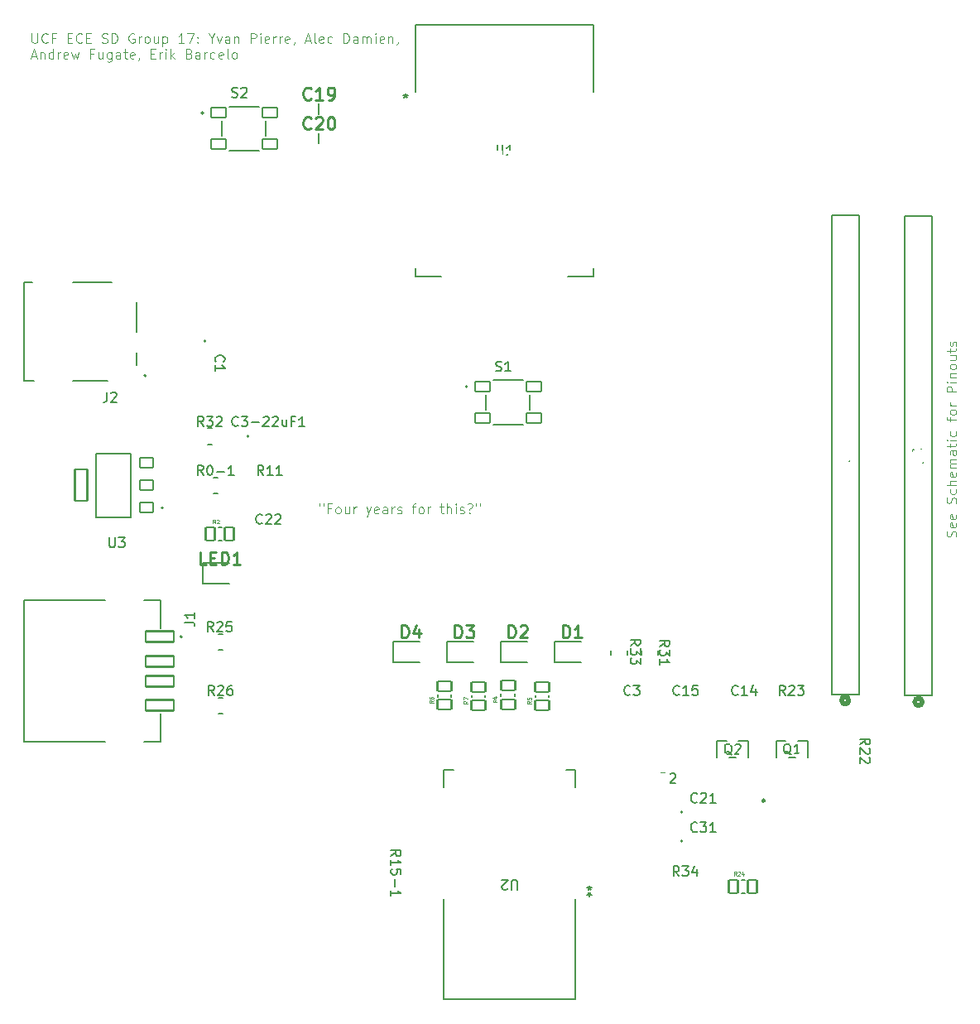
<source format=gto>
%TF.GenerationSoftware,KiCad,Pcbnew,8.0.3*%
%TF.CreationDate,2024-09-12T11:00:01-04:00*%
%TF.ProjectId,G7 Senior Design V2,47372053-656e-4696-9f72-204465736967,rev?*%
%TF.SameCoordinates,Original*%
%TF.FileFunction,Legend,Top*%
%TF.FilePolarity,Positive*%
%FSLAX46Y46*%
G04 Gerber Fmt 4.6, Leading zero omitted, Abs format (unit mm)*
G04 Created by KiCad (PCBNEW 8.0.3) date 2024-09-12 11:00:01*
%MOMM*%
%LPD*%
G01*
G04 APERTURE LIST*
G04 Aperture macros list*
%AMRoundRect*
0 Rectangle with rounded corners*
0 $1 Rounding radius*
0 $2 $3 $4 $5 $6 $7 $8 $9 X,Y pos of 4 corners*
0 Add a 4 corners polygon primitive as box body*
4,1,4,$2,$3,$4,$5,$6,$7,$8,$9,$2,$3,0*
0 Add four circle primitives for the rounded corners*
1,1,$1+$1,$2,$3*
1,1,$1+$1,$4,$5*
1,1,$1+$1,$6,$7*
1,1,$1+$1,$8,$9*
0 Add four rect primitives between the rounded corners*
20,1,$1+$1,$2,$3,$4,$5,0*
20,1,$1+$1,$4,$5,$6,$7,0*
20,1,$1+$1,$6,$7,$8,$9,0*
20,1,$1+$1,$8,$9,$2,$3,0*%
G04 Aperture macros list end*
%ADD10C,0.100000*%
%ADD11C,0.150000*%
%ADD12C,0.254000*%
%ADD13C,0.098425*%
%ADD14C,0.152400*%
%ADD15C,0.508000*%
%ADD16C,0.200000*%
%ADD17C,0.127000*%
%ADD18C,0.250000*%
%ADD19C,1.574800*%
%ADD20R,1.346200X1.117600*%
%ADD21R,0.812800X1.346200*%
%ADD22R,0.950000X1.400000*%
%ADD23RoundRect,0.102000X-0.775000X-0.500000X0.775000X-0.500000X0.775000X0.500000X-0.775000X0.500000X0*%
%ADD24R,1.005599X1.199998*%
%ADD25R,1.066800X1.219200*%
%ADD26RoundRect,0.102000X0.710000X-0.500000X0.710000X0.500000X-0.710000X0.500000X-0.710000X-0.500000X0*%
%ADD27C,1.300000*%
%ADD28O,3.204000X1.704000*%
%ADD29O,3.404000X1.804000*%
%ADD30R,2.438400X0.990600*%
%ADD31R,0.990600X2.438400*%
%ADD32R,0.910000X1.390000*%
%ADD33R,0.803200X1.450000*%
%ADD34R,1.117600X1.346200*%
%ADD35RoundRect,0.102000X-1.440000X0.560000X-1.440000X-0.560000X1.440000X-0.560000X1.440000X0.560000X0*%
%ADD36C,3.580000*%
%ADD37RoundRect,0.102000X-0.460000X-0.690000X0.460000X-0.690000X0.460000X0.690000X-0.460000X0.690000X0*%
%ADD38R,1.199998X1.005599*%
%ADD39R,0.558800X1.219200*%
%ADD40R,1.450000X0.803200*%
%ADD41R,1.498600X0.889000*%
%ADD42R,0.889000X1.498600*%
%ADD43R,1.041400X1.041400*%
%ADD44RoundRect,0.085050X0.671950X0.481950X-0.671950X0.481950X-0.671950X-0.481950X0.671950X-0.481950X0*%
%ADD45RoundRect,0.113550X0.643450X1.608450X-0.643450X1.608450X-0.643450X-1.608450X0.643450X-1.608450X0*%
%ADD46R,1.000000X0.300000*%
%ADD47R,0.300000X1.000000*%
%ADD48R,3.350000X3.350000*%
G04 APERTURE END LIST*
D10*
X101303884Y-51262475D02*
X101303884Y-52071998D01*
X101303884Y-52071998D02*
X101351503Y-52167236D01*
X101351503Y-52167236D02*
X101399122Y-52214856D01*
X101399122Y-52214856D02*
X101494360Y-52262475D01*
X101494360Y-52262475D02*
X101684836Y-52262475D01*
X101684836Y-52262475D02*
X101780074Y-52214856D01*
X101780074Y-52214856D02*
X101827693Y-52167236D01*
X101827693Y-52167236D02*
X101875312Y-52071998D01*
X101875312Y-52071998D02*
X101875312Y-51262475D01*
X102922931Y-52167236D02*
X102875312Y-52214856D01*
X102875312Y-52214856D02*
X102732455Y-52262475D01*
X102732455Y-52262475D02*
X102637217Y-52262475D01*
X102637217Y-52262475D02*
X102494360Y-52214856D01*
X102494360Y-52214856D02*
X102399122Y-52119617D01*
X102399122Y-52119617D02*
X102351503Y-52024379D01*
X102351503Y-52024379D02*
X102303884Y-51833903D01*
X102303884Y-51833903D02*
X102303884Y-51691046D01*
X102303884Y-51691046D02*
X102351503Y-51500570D01*
X102351503Y-51500570D02*
X102399122Y-51405332D01*
X102399122Y-51405332D02*
X102494360Y-51310094D01*
X102494360Y-51310094D02*
X102637217Y-51262475D01*
X102637217Y-51262475D02*
X102732455Y-51262475D01*
X102732455Y-51262475D02*
X102875312Y-51310094D01*
X102875312Y-51310094D02*
X102922931Y-51357713D01*
X103684836Y-51738665D02*
X103351503Y-51738665D01*
X103351503Y-52262475D02*
X103351503Y-51262475D01*
X103351503Y-51262475D02*
X103827693Y-51262475D01*
X104970551Y-51738665D02*
X105303884Y-51738665D01*
X105446741Y-52262475D02*
X104970551Y-52262475D01*
X104970551Y-52262475D02*
X104970551Y-51262475D01*
X104970551Y-51262475D02*
X105446741Y-51262475D01*
X106446741Y-52167236D02*
X106399122Y-52214856D01*
X106399122Y-52214856D02*
X106256265Y-52262475D01*
X106256265Y-52262475D02*
X106161027Y-52262475D01*
X106161027Y-52262475D02*
X106018170Y-52214856D01*
X106018170Y-52214856D02*
X105922932Y-52119617D01*
X105922932Y-52119617D02*
X105875313Y-52024379D01*
X105875313Y-52024379D02*
X105827694Y-51833903D01*
X105827694Y-51833903D02*
X105827694Y-51691046D01*
X105827694Y-51691046D02*
X105875313Y-51500570D01*
X105875313Y-51500570D02*
X105922932Y-51405332D01*
X105922932Y-51405332D02*
X106018170Y-51310094D01*
X106018170Y-51310094D02*
X106161027Y-51262475D01*
X106161027Y-51262475D02*
X106256265Y-51262475D01*
X106256265Y-51262475D02*
X106399122Y-51310094D01*
X106399122Y-51310094D02*
X106446741Y-51357713D01*
X106875313Y-51738665D02*
X107208646Y-51738665D01*
X107351503Y-52262475D02*
X106875313Y-52262475D01*
X106875313Y-52262475D02*
X106875313Y-51262475D01*
X106875313Y-51262475D02*
X107351503Y-51262475D01*
X108494361Y-52214856D02*
X108637218Y-52262475D01*
X108637218Y-52262475D02*
X108875313Y-52262475D01*
X108875313Y-52262475D02*
X108970551Y-52214856D01*
X108970551Y-52214856D02*
X109018170Y-52167236D01*
X109018170Y-52167236D02*
X109065789Y-52071998D01*
X109065789Y-52071998D02*
X109065789Y-51976760D01*
X109065789Y-51976760D02*
X109018170Y-51881522D01*
X109018170Y-51881522D02*
X108970551Y-51833903D01*
X108970551Y-51833903D02*
X108875313Y-51786284D01*
X108875313Y-51786284D02*
X108684837Y-51738665D01*
X108684837Y-51738665D02*
X108589599Y-51691046D01*
X108589599Y-51691046D02*
X108541980Y-51643427D01*
X108541980Y-51643427D02*
X108494361Y-51548189D01*
X108494361Y-51548189D02*
X108494361Y-51452951D01*
X108494361Y-51452951D02*
X108541980Y-51357713D01*
X108541980Y-51357713D02*
X108589599Y-51310094D01*
X108589599Y-51310094D02*
X108684837Y-51262475D01*
X108684837Y-51262475D02*
X108922932Y-51262475D01*
X108922932Y-51262475D02*
X109065789Y-51310094D01*
X109494361Y-52262475D02*
X109494361Y-51262475D01*
X109494361Y-51262475D02*
X109732456Y-51262475D01*
X109732456Y-51262475D02*
X109875313Y-51310094D01*
X109875313Y-51310094D02*
X109970551Y-51405332D01*
X109970551Y-51405332D02*
X110018170Y-51500570D01*
X110018170Y-51500570D02*
X110065789Y-51691046D01*
X110065789Y-51691046D02*
X110065789Y-51833903D01*
X110065789Y-51833903D02*
X110018170Y-52024379D01*
X110018170Y-52024379D02*
X109970551Y-52119617D01*
X109970551Y-52119617D02*
X109875313Y-52214856D01*
X109875313Y-52214856D02*
X109732456Y-52262475D01*
X109732456Y-52262475D02*
X109494361Y-52262475D01*
X111780075Y-51310094D02*
X111684837Y-51262475D01*
X111684837Y-51262475D02*
X111541980Y-51262475D01*
X111541980Y-51262475D02*
X111399123Y-51310094D01*
X111399123Y-51310094D02*
X111303885Y-51405332D01*
X111303885Y-51405332D02*
X111256266Y-51500570D01*
X111256266Y-51500570D02*
X111208647Y-51691046D01*
X111208647Y-51691046D02*
X111208647Y-51833903D01*
X111208647Y-51833903D02*
X111256266Y-52024379D01*
X111256266Y-52024379D02*
X111303885Y-52119617D01*
X111303885Y-52119617D02*
X111399123Y-52214856D01*
X111399123Y-52214856D02*
X111541980Y-52262475D01*
X111541980Y-52262475D02*
X111637218Y-52262475D01*
X111637218Y-52262475D02*
X111780075Y-52214856D01*
X111780075Y-52214856D02*
X111827694Y-52167236D01*
X111827694Y-52167236D02*
X111827694Y-51833903D01*
X111827694Y-51833903D02*
X111637218Y-51833903D01*
X112256266Y-52262475D02*
X112256266Y-51595808D01*
X112256266Y-51786284D02*
X112303885Y-51691046D01*
X112303885Y-51691046D02*
X112351504Y-51643427D01*
X112351504Y-51643427D02*
X112446742Y-51595808D01*
X112446742Y-51595808D02*
X112541980Y-51595808D01*
X113018171Y-52262475D02*
X112922933Y-52214856D01*
X112922933Y-52214856D02*
X112875314Y-52167236D01*
X112875314Y-52167236D02*
X112827695Y-52071998D01*
X112827695Y-52071998D02*
X112827695Y-51786284D01*
X112827695Y-51786284D02*
X112875314Y-51691046D01*
X112875314Y-51691046D02*
X112922933Y-51643427D01*
X112922933Y-51643427D02*
X113018171Y-51595808D01*
X113018171Y-51595808D02*
X113161028Y-51595808D01*
X113161028Y-51595808D02*
X113256266Y-51643427D01*
X113256266Y-51643427D02*
X113303885Y-51691046D01*
X113303885Y-51691046D02*
X113351504Y-51786284D01*
X113351504Y-51786284D02*
X113351504Y-52071998D01*
X113351504Y-52071998D02*
X113303885Y-52167236D01*
X113303885Y-52167236D02*
X113256266Y-52214856D01*
X113256266Y-52214856D02*
X113161028Y-52262475D01*
X113161028Y-52262475D02*
X113018171Y-52262475D01*
X114208647Y-51595808D02*
X114208647Y-52262475D01*
X113780076Y-51595808D02*
X113780076Y-52119617D01*
X113780076Y-52119617D02*
X113827695Y-52214856D01*
X113827695Y-52214856D02*
X113922933Y-52262475D01*
X113922933Y-52262475D02*
X114065790Y-52262475D01*
X114065790Y-52262475D02*
X114161028Y-52214856D01*
X114161028Y-52214856D02*
X114208647Y-52167236D01*
X114684838Y-51595808D02*
X114684838Y-52595808D01*
X114684838Y-51643427D02*
X114780076Y-51595808D01*
X114780076Y-51595808D02*
X114970552Y-51595808D01*
X114970552Y-51595808D02*
X115065790Y-51643427D01*
X115065790Y-51643427D02*
X115113409Y-51691046D01*
X115113409Y-51691046D02*
X115161028Y-51786284D01*
X115161028Y-51786284D02*
X115161028Y-52071998D01*
X115161028Y-52071998D02*
X115113409Y-52167236D01*
X115113409Y-52167236D02*
X115065790Y-52214856D01*
X115065790Y-52214856D02*
X114970552Y-52262475D01*
X114970552Y-52262475D02*
X114780076Y-52262475D01*
X114780076Y-52262475D02*
X114684838Y-52214856D01*
X116875314Y-52262475D02*
X116303886Y-52262475D01*
X116589600Y-52262475D02*
X116589600Y-51262475D01*
X116589600Y-51262475D02*
X116494362Y-51405332D01*
X116494362Y-51405332D02*
X116399124Y-51500570D01*
X116399124Y-51500570D02*
X116303886Y-51548189D01*
X117208648Y-51262475D02*
X117875314Y-51262475D01*
X117875314Y-51262475D02*
X117446743Y-52262475D01*
X118256267Y-52167236D02*
X118303886Y-52214856D01*
X118303886Y-52214856D02*
X118256267Y-52262475D01*
X118256267Y-52262475D02*
X118208648Y-52214856D01*
X118208648Y-52214856D02*
X118256267Y-52167236D01*
X118256267Y-52167236D02*
X118256267Y-52262475D01*
X118256267Y-51643427D02*
X118303886Y-51691046D01*
X118303886Y-51691046D02*
X118256267Y-51738665D01*
X118256267Y-51738665D02*
X118208648Y-51691046D01*
X118208648Y-51691046D02*
X118256267Y-51643427D01*
X118256267Y-51643427D02*
X118256267Y-51738665D01*
X119684838Y-51786284D02*
X119684838Y-52262475D01*
X119351505Y-51262475D02*
X119684838Y-51786284D01*
X119684838Y-51786284D02*
X120018171Y-51262475D01*
X120256267Y-51595808D02*
X120494362Y-52262475D01*
X120494362Y-52262475D02*
X120732457Y-51595808D01*
X121541981Y-52262475D02*
X121541981Y-51738665D01*
X121541981Y-51738665D02*
X121494362Y-51643427D01*
X121494362Y-51643427D02*
X121399124Y-51595808D01*
X121399124Y-51595808D02*
X121208648Y-51595808D01*
X121208648Y-51595808D02*
X121113410Y-51643427D01*
X121541981Y-52214856D02*
X121446743Y-52262475D01*
X121446743Y-52262475D02*
X121208648Y-52262475D01*
X121208648Y-52262475D02*
X121113410Y-52214856D01*
X121113410Y-52214856D02*
X121065791Y-52119617D01*
X121065791Y-52119617D02*
X121065791Y-52024379D01*
X121065791Y-52024379D02*
X121113410Y-51929141D01*
X121113410Y-51929141D02*
X121208648Y-51881522D01*
X121208648Y-51881522D02*
X121446743Y-51881522D01*
X121446743Y-51881522D02*
X121541981Y-51833903D01*
X122018172Y-51595808D02*
X122018172Y-52262475D01*
X122018172Y-51691046D02*
X122065791Y-51643427D01*
X122065791Y-51643427D02*
X122161029Y-51595808D01*
X122161029Y-51595808D02*
X122303886Y-51595808D01*
X122303886Y-51595808D02*
X122399124Y-51643427D01*
X122399124Y-51643427D02*
X122446743Y-51738665D01*
X122446743Y-51738665D02*
X122446743Y-52262475D01*
X123684839Y-52262475D02*
X123684839Y-51262475D01*
X123684839Y-51262475D02*
X124065791Y-51262475D01*
X124065791Y-51262475D02*
X124161029Y-51310094D01*
X124161029Y-51310094D02*
X124208648Y-51357713D01*
X124208648Y-51357713D02*
X124256267Y-51452951D01*
X124256267Y-51452951D02*
X124256267Y-51595808D01*
X124256267Y-51595808D02*
X124208648Y-51691046D01*
X124208648Y-51691046D02*
X124161029Y-51738665D01*
X124161029Y-51738665D02*
X124065791Y-51786284D01*
X124065791Y-51786284D02*
X123684839Y-51786284D01*
X124684839Y-52262475D02*
X124684839Y-51595808D01*
X124684839Y-51262475D02*
X124637220Y-51310094D01*
X124637220Y-51310094D02*
X124684839Y-51357713D01*
X124684839Y-51357713D02*
X124732458Y-51310094D01*
X124732458Y-51310094D02*
X124684839Y-51262475D01*
X124684839Y-51262475D02*
X124684839Y-51357713D01*
X125541981Y-52214856D02*
X125446743Y-52262475D01*
X125446743Y-52262475D02*
X125256267Y-52262475D01*
X125256267Y-52262475D02*
X125161029Y-52214856D01*
X125161029Y-52214856D02*
X125113410Y-52119617D01*
X125113410Y-52119617D02*
X125113410Y-51738665D01*
X125113410Y-51738665D02*
X125161029Y-51643427D01*
X125161029Y-51643427D02*
X125256267Y-51595808D01*
X125256267Y-51595808D02*
X125446743Y-51595808D01*
X125446743Y-51595808D02*
X125541981Y-51643427D01*
X125541981Y-51643427D02*
X125589600Y-51738665D01*
X125589600Y-51738665D02*
X125589600Y-51833903D01*
X125589600Y-51833903D02*
X125113410Y-51929141D01*
X126018172Y-52262475D02*
X126018172Y-51595808D01*
X126018172Y-51786284D02*
X126065791Y-51691046D01*
X126065791Y-51691046D02*
X126113410Y-51643427D01*
X126113410Y-51643427D02*
X126208648Y-51595808D01*
X126208648Y-51595808D02*
X126303886Y-51595808D01*
X126637220Y-52262475D02*
X126637220Y-51595808D01*
X126637220Y-51786284D02*
X126684839Y-51691046D01*
X126684839Y-51691046D02*
X126732458Y-51643427D01*
X126732458Y-51643427D02*
X126827696Y-51595808D01*
X126827696Y-51595808D02*
X126922934Y-51595808D01*
X127637220Y-52214856D02*
X127541982Y-52262475D01*
X127541982Y-52262475D02*
X127351506Y-52262475D01*
X127351506Y-52262475D02*
X127256268Y-52214856D01*
X127256268Y-52214856D02*
X127208649Y-52119617D01*
X127208649Y-52119617D02*
X127208649Y-51738665D01*
X127208649Y-51738665D02*
X127256268Y-51643427D01*
X127256268Y-51643427D02*
X127351506Y-51595808D01*
X127351506Y-51595808D02*
X127541982Y-51595808D01*
X127541982Y-51595808D02*
X127637220Y-51643427D01*
X127637220Y-51643427D02*
X127684839Y-51738665D01*
X127684839Y-51738665D02*
X127684839Y-51833903D01*
X127684839Y-51833903D02*
X127208649Y-51929141D01*
X128161030Y-52214856D02*
X128161030Y-52262475D01*
X128161030Y-52262475D02*
X128113411Y-52357713D01*
X128113411Y-52357713D02*
X128065792Y-52405332D01*
X129303887Y-51976760D02*
X129780077Y-51976760D01*
X129208649Y-52262475D02*
X129541982Y-51262475D01*
X129541982Y-51262475D02*
X129875315Y-52262475D01*
X130351506Y-52262475D02*
X130256268Y-52214856D01*
X130256268Y-52214856D02*
X130208649Y-52119617D01*
X130208649Y-52119617D02*
X130208649Y-51262475D01*
X131113411Y-52214856D02*
X131018173Y-52262475D01*
X131018173Y-52262475D02*
X130827697Y-52262475D01*
X130827697Y-52262475D02*
X130732459Y-52214856D01*
X130732459Y-52214856D02*
X130684840Y-52119617D01*
X130684840Y-52119617D02*
X130684840Y-51738665D01*
X130684840Y-51738665D02*
X130732459Y-51643427D01*
X130732459Y-51643427D02*
X130827697Y-51595808D01*
X130827697Y-51595808D02*
X131018173Y-51595808D01*
X131018173Y-51595808D02*
X131113411Y-51643427D01*
X131113411Y-51643427D02*
X131161030Y-51738665D01*
X131161030Y-51738665D02*
X131161030Y-51833903D01*
X131161030Y-51833903D02*
X130684840Y-51929141D01*
X132018173Y-52214856D02*
X131922935Y-52262475D01*
X131922935Y-52262475D02*
X131732459Y-52262475D01*
X131732459Y-52262475D02*
X131637221Y-52214856D01*
X131637221Y-52214856D02*
X131589602Y-52167236D01*
X131589602Y-52167236D02*
X131541983Y-52071998D01*
X131541983Y-52071998D02*
X131541983Y-51786284D01*
X131541983Y-51786284D02*
X131589602Y-51691046D01*
X131589602Y-51691046D02*
X131637221Y-51643427D01*
X131637221Y-51643427D02*
X131732459Y-51595808D01*
X131732459Y-51595808D02*
X131922935Y-51595808D01*
X131922935Y-51595808D02*
X132018173Y-51643427D01*
X133208650Y-52262475D02*
X133208650Y-51262475D01*
X133208650Y-51262475D02*
X133446745Y-51262475D01*
X133446745Y-51262475D02*
X133589602Y-51310094D01*
X133589602Y-51310094D02*
X133684840Y-51405332D01*
X133684840Y-51405332D02*
X133732459Y-51500570D01*
X133732459Y-51500570D02*
X133780078Y-51691046D01*
X133780078Y-51691046D02*
X133780078Y-51833903D01*
X133780078Y-51833903D02*
X133732459Y-52024379D01*
X133732459Y-52024379D02*
X133684840Y-52119617D01*
X133684840Y-52119617D02*
X133589602Y-52214856D01*
X133589602Y-52214856D02*
X133446745Y-52262475D01*
X133446745Y-52262475D02*
X133208650Y-52262475D01*
X134637221Y-52262475D02*
X134637221Y-51738665D01*
X134637221Y-51738665D02*
X134589602Y-51643427D01*
X134589602Y-51643427D02*
X134494364Y-51595808D01*
X134494364Y-51595808D02*
X134303888Y-51595808D01*
X134303888Y-51595808D02*
X134208650Y-51643427D01*
X134637221Y-52214856D02*
X134541983Y-52262475D01*
X134541983Y-52262475D02*
X134303888Y-52262475D01*
X134303888Y-52262475D02*
X134208650Y-52214856D01*
X134208650Y-52214856D02*
X134161031Y-52119617D01*
X134161031Y-52119617D02*
X134161031Y-52024379D01*
X134161031Y-52024379D02*
X134208650Y-51929141D01*
X134208650Y-51929141D02*
X134303888Y-51881522D01*
X134303888Y-51881522D02*
X134541983Y-51881522D01*
X134541983Y-51881522D02*
X134637221Y-51833903D01*
X135113412Y-52262475D02*
X135113412Y-51595808D01*
X135113412Y-51691046D02*
X135161031Y-51643427D01*
X135161031Y-51643427D02*
X135256269Y-51595808D01*
X135256269Y-51595808D02*
X135399126Y-51595808D01*
X135399126Y-51595808D02*
X135494364Y-51643427D01*
X135494364Y-51643427D02*
X135541983Y-51738665D01*
X135541983Y-51738665D02*
X135541983Y-52262475D01*
X135541983Y-51738665D02*
X135589602Y-51643427D01*
X135589602Y-51643427D02*
X135684840Y-51595808D01*
X135684840Y-51595808D02*
X135827697Y-51595808D01*
X135827697Y-51595808D02*
X135922936Y-51643427D01*
X135922936Y-51643427D02*
X135970555Y-51738665D01*
X135970555Y-51738665D02*
X135970555Y-52262475D01*
X136446745Y-52262475D02*
X136446745Y-51595808D01*
X136446745Y-51262475D02*
X136399126Y-51310094D01*
X136399126Y-51310094D02*
X136446745Y-51357713D01*
X136446745Y-51357713D02*
X136494364Y-51310094D01*
X136494364Y-51310094D02*
X136446745Y-51262475D01*
X136446745Y-51262475D02*
X136446745Y-51357713D01*
X137303887Y-52214856D02*
X137208649Y-52262475D01*
X137208649Y-52262475D02*
X137018173Y-52262475D01*
X137018173Y-52262475D02*
X136922935Y-52214856D01*
X136922935Y-52214856D02*
X136875316Y-52119617D01*
X136875316Y-52119617D02*
X136875316Y-51738665D01*
X136875316Y-51738665D02*
X136922935Y-51643427D01*
X136922935Y-51643427D02*
X137018173Y-51595808D01*
X137018173Y-51595808D02*
X137208649Y-51595808D01*
X137208649Y-51595808D02*
X137303887Y-51643427D01*
X137303887Y-51643427D02*
X137351506Y-51738665D01*
X137351506Y-51738665D02*
X137351506Y-51833903D01*
X137351506Y-51833903D02*
X136875316Y-51929141D01*
X137780078Y-51595808D02*
X137780078Y-52262475D01*
X137780078Y-51691046D02*
X137827697Y-51643427D01*
X137827697Y-51643427D02*
X137922935Y-51595808D01*
X137922935Y-51595808D02*
X138065792Y-51595808D01*
X138065792Y-51595808D02*
X138161030Y-51643427D01*
X138161030Y-51643427D02*
X138208649Y-51738665D01*
X138208649Y-51738665D02*
X138208649Y-52262475D01*
X138732459Y-52214856D02*
X138732459Y-52262475D01*
X138732459Y-52262475D02*
X138684840Y-52357713D01*
X138684840Y-52357713D02*
X138637221Y-52405332D01*
X101256265Y-53586704D02*
X101732455Y-53586704D01*
X101161027Y-53872419D02*
X101494360Y-52872419D01*
X101494360Y-52872419D02*
X101827693Y-53872419D01*
X102161027Y-53205752D02*
X102161027Y-53872419D01*
X102161027Y-53300990D02*
X102208646Y-53253371D01*
X102208646Y-53253371D02*
X102303884Y-53205752D01*
X102303884Y-53205752D02*
X102446741Y-53205752D01*
X102446741Y-53205752D02*
X102541979Y-53253371D01*
X102541979Y-53253371D02*
X102589598Y-53348609D01*
X102589598Y-53348609D02*
X102589598Y-53872419D01*
X103494360Y-53872419D02*
X103494360Y-52872419D01*
X103494360Y-53824800D02*
X103399122Y-53872419D01*
X103399122Y-53872419D02*
X103208646Y-53872419D01*
X103208646Y-53872419D02*
X103113408Y-53824800D01*
X103113408Y-53824800D02*
X103065789Y-53777180D01*
X103065789Y-53777180D02*
X103018170Y-53681942D01*
X103018170Y-53681942D02*
X103018170Y-53396228D01*
X103018170Y-53396228D02*
X103065789Y-53300990D01*
X103065789Y-53300990D02*
X103113408Y-53253371D01*
X103113408Y-53253371D02*
X103208646Y-53205752D01*
X103208646Y-53205752D02*
X103399122Y-53205752D01*
X103399122Y-53205752D02*
X103494360Y-53253371D01*
X103970551Y-53872419D02*
X103970551Y-53205752D01*
X103970551Y-53396228D02*
X104018170Y-53300990D01*
X104018170Y-53300990D02*
X104065789Y-53253371D01*
X104065789Y-53253371D02*
X104161027Y-53205752D01*
X104161027Y-53205752D02*
X104256265Y-53205752D01*
X104970551Y-53824800D02*
X104875313Y-53872419D01*
X104875313Y-53872419D02*
X104684837Y-53872419D01*
X104684837Y-53872419D02*
X104589599Y-53824800D01*
X104589599Y-53824800D02*
X104541980Y-53729561D01*
X104541980Y-53729561D02*
X104541980Y-53348609D01*
X104541980Y-53348609D02*
X104589599Y-53253371D01*
X104589599Y-53253371D02*
X104684837Y-53205752D01*
X104684837Y-53205752D02*
X104875313Y-53205752D01*
X104875313Y-53205752D02*
X104970551Y-53253371D01*
X104970551Y-53253371D02*
X105018170Y-53348609D01*
X105018170Y-53348609D02*
X105018170Y-53443847D01*
X105018170Y-53443847D02*
X104541980Y-53539085D01*
X105351504Y-53205752D02*
X105541980Y-53872419D01*
X105541980Y-53872419D02*
X105732456Y-53396228D01*
X105732456Y-53396228D02*
X105922932Y-53872419D01*
X105922932Y-53872419D02*
X106113408Y-53205752D01*
X107589599Y-53348609D02*
X107256266Y-53348609D01*
X107256266Y-53872419D02*
X107256266Y-52872419D01*
X107256266Y-52872419D02*
X107732456Y-52872419D01*
X108541980Y-53205752D02*
X108541980Y-53872419D01*
X108113409Y-53205752D02*
X108113409Y-53729561D01*
X108113409Y-53729561D02*
X108161028Y-53824800D01*
X108161028Y-53824800D02*
X108256266Y-53872419D01*
X108256266Y-53872419D02*
X108399123Y-53872419D01*
X108399123Y-53872419D02*
X108494361Y-53824800D01*
X108494361Y-53824800D02*
X108541980Y-53777180D01*
X109446742Y-53205752D02*
X109446742Y-54015276D01*
X109446742Y-54015276D02*
X109399123Y-54110514D01*
X109399123Y-54110514D02*
X109351504Y-54158133D01*
X109351504Y-54158133D02*
X109256266Y-54205752D01*
X109256266Y-54205752D02*
X109113409Y-54205752D01*
X109113409Y-54205752D02*
X109018171Y-54158133D01*
X109446742Y-53824800D02*
X109351504Y-53872419D01*
X109351504Y-53872419D02*
X109161028Y-53872419D01*
X109161028Y-53872419D02*
X109065790Y-53824800D01*
X109065790Y-53824800D02*
X109018171Y-53777180D01*
X109018171Y-53777180D02*
X108970552Y-53681942D01*
X108970552Y-53681942D02*
X108970552Y-53396228D01*
X108970552Y-53396228D02*
X109018171Y-53300990D01*
X109018171Y-53300990D02*
X109065790Y-53253371D01*
X109065790Y-53253371D02*
X109161028Y-53205752D01*
X109161028Y-53205752D02*
X109351504Y-53205752D01*
X109351504Y-53205752D02*
X109446742Y-53253371D01*
X110351504Y-53872419D02*
X110351504Y-53348609D01*
X110351504Y-53348609D02*
X110303885Y-53253371D01*
X110303885Y-53253371D02*
X110208647Y-53205752D01*
X110208647Y-53205752D02*
X110018171Y-53205752D01*
X110018171Y-53205752D02*
X109922933Y-53253371D01*
X110351504Y-53824800D02*
X110256266Y-53872419D01*
X110256266Y-53872419D02*
X110018171Y-53872419D01*
X110018171Y-53872419D02*
X109922933Y-53824800D01*
X109922933Y-53824800D02*
X109875314Y-53729561D01*
X109875314Y-53729561D02*
X109875314Y-53634323D01*
X109875314Y-53634323D02*
X109922933Y-53539085D01*
X109922933Y-53539085D02*
X110018171Y-53491466D01*
X110018171Y-53491466D02*
X110256266Y-53491466D01*
X110256266Y-53491466D02*
X110351504Y-53443847D01*
X110684838Y-53205752D02*
X111065790Y-53205752D01*
X110827695Y-52872419D02*
X110827695Y-53729561D01*
X110827695Y-53729561D02*
X110875314Y-53824800D01*
X110875314Y-53824800D02*
X110970552Y-53872419D01*
X110970552Y-53872419D02*
X111065790Y-53872419D01*
X111780076Y-53824800D02*
X111684838Y-53872419D01*
X111684838Y-53872419D02*
X111494362Y-53872419D01*
X111494362Y-53872419D02*
X111399124Y-53824800D01*
X111399124Y-53824800D02*
X111351505Y-53729561D01*
X111351505Y-53729561D02*
X111351505Y-53348609D01*
X111351505Y-53348609D02*
X111399124Y-53253371D01*
X111399124Y-53253371D02*
X111494362Y-53205752D01*
X111494362Y-53205752D02*
X111684838Y-53205752D01*
X111684838Y-53205752D02*
X111780076Y-53253371D01*
X111780076Y-53253371D02*
X111827695Y-53348609D01*
X111827695Y-53348609D02*
X111827695Y-53443847D01*
X111827695Y-53443847D02*
X111351505Y-53539085D01*
X112303886Y-53824800D02*
X112303886Y-53872419D01*
X112303886Y-53872419D02*
X112256267Y-53967657D01*
X112256267Y-53967657D02*
X112208648Y-54015276D01*
X113494362Y-53348609D02*
X113827695Y-53348609D01*
X113970552Y-53872419D02*
X113494362Y-53872419D01*
X113494362Y-53872419D02*
X113494362Y-52872419D01*
X113494362Y-52872419D02*
X113970552Y-52872419D01*
X114399124Y-53872419D02*
X114399124Y-53205752D01*
X114399124Y-53396228D02*
X114446743Y-53300990D01*
X114446743Y-53300990D02*
X114494362Y-53253371D01*
X114494362Y-53253371D02*
X114589600Y-53205752D01*
X114589600Y-53205752D02*
X114684838Y-53205752D01*
X115018172Y-53872419D02*
X115018172Y-53205752D01*
X115018172Y-52872419D02*
X114970553Y-52920038D01*
X114970553Y-52920038D02*
X115018172Y-52967657D01*
X115018172Y-52967657D02*
X115065791Y-52920038D01*
X115065791Y-52920038D02*
X115018172Y-52872419D01*
X115018172Y-52872419D02*
X115018172Y-52967657D01*
X115494362Y-53872419D02*
X115494362Y-52872419D01*
X115589600Y-53491466D02*
X115875314Y-53872419D01*
X115875314Y-53205752D02*
X115494362Y-53586704D01*
X117399124Y-53348609D02*
X117541981Y-53396228D01*
X117541981Y-53396228D02*
X117589600Y-53443847D01*
X117589600Y-53443847D02*
X117637219Y-53539085D01*
X117637219Y-53539085D02*
X117637219Y-53681942D01*
X117637219Y-53681942D02*
X117589600Y-53777180D01*
X117589600Y-53777180D02*
X117541981Y-53824800D01*
X117541981Y-53824800D02*
X117446743Y-53872419D01*
X117446743Y-53872419D02*
X117065791Y-53872419D01*
X117065791Y-53872419D02*
X117065791Y-52872419D01*
X117065791Y-52872419D02*
X117399124Y-52872419D01*
X117399124Y-52872419D02*
X117494362Y-52920038D01*
X117494362Y-52920038D02*
X117541981Y-52967657D01*
X117541981Y-52967657D02*
X117589600Y-53062895D01*
X117589600Y-53062895D02*
X117589600Y-53158133D01*
X117589600Y-53158133D02*
X117541981Y-53253371D01*
X117541981Y-53253371D02*
X117494362Y-53300990D01*
X117494362Y-53300990D02*
X117399124Y-53348609D01*
X117399124Y-53348609D02*
X117065791Y-53348609D01*
X118494362Y-53872419D02*
X118494362Y-53348609D01*
X118494362Y-53348609D02*
X118446743Y-53253371D01*
X118446743Y-53253371D02*
X118351505Y-53205752D01*
X118351505Y-53205752D02*
X118161029Y-53205752D01*
X118161029Y-53205752D02*
X118065791Y-53253371D01*
X118494362Y-53824800D02*
X118399124Y-53872419D01*
X118399124Y-53872419D02*
X118161029Y-53872419D01*
X118161029Y-53872419D02*
X118065791Y-53824800D01*
X118065791Y-53824800D02*
X118018172Y-53729561D01*
X118018172Y-53729561D02*
X118018172Y-53634323D01*
X118018172Y-53634323D02*
X118065791Y-53539085D01*
X118065791Y-53539085D02*
X118161029Y-53491466D01*
X118161029Y-53491466D02*
X118399124Y-53491466D01*
X118399124Y-53491466D02*
X118494362Y-53443847D01*
X118970553Y-53872419D02*
X118970553Y-53205752D01*
X118970553Y-53396228D02*
X119018172Y-53300990D01*
X119018172Y-53300990D02*
X119065791Y-53253371D01*
X119065791Y-53253371D02*
X119161029Y-53205752D01*
X119161029Y-53205752D02*
X119256267Y-53205752D01*
X120018172Y-53824800D02*
X119922934Y-53872419D01*
X119922934Y-53872419D02*
X119732458Y-53872419D01*
X119732458Y-53872419D02*
X119637220Y-53824800D01*
X119637220Y-53824800D02*
X119589601Y-53777180D01*
X119589601Y-53777180D02*
X119541982Y-53681942D01*
X119541982Y-53681942D02*
X119541982Y-53396228D01*
X119541982Y-53396228D02*
X119589601Y-53300990D01*
X119589601Y-53300990D02*
X119637220Y-53253371D01*
X119637220Y-53253371D02*
X119732458Y-53205752D01*
X119732458Y-53205752D02*
X119922934Y-53205752D01*
X119922934Y-53205752D02*
X120018172Y-53253371D01*
X120827696Y-53824800D02*
X120732458Y-53872419D01*
X120732458Y-53872419D02*
X120541982Y-53872419D01*
X120541982Y-53872419D02*
X120446744Y-53824800D01*
X120446744Y-53824800D02*
X120399125Y-53729561D01*
X120399125Y-53729561D02*
X120399125Y-53348609D01*
X120399125Y-53348609D02*
X120446744Y-53253371D01*
X120446744Y-53253371D02*
X120541982Y-53205752D01*
X120541982Y-53205752D02*
X120732458Y-53205752D01*
X120732458Y-53205752D02*
X120827696Y-53253371D01*
X120827696Y-53253371D02*
X120875315Y-53348609D01*
X120875315Y-53348609D02*
X120875315Y-53443847D01*
X120875315Y-53443847D02*
X120399125Y-53539085D01*
X121446744Y-53872419D02*
X121351506Y-53824800D01*
X121351506Y-53824800D02*
X121303887Y-53729561D01*
X121303887Y-53729561D02*
X121303887Y-52872419D01*
X121970554Y-53872419D02*
X121875316Y-53824800D01*
X121875316Y-53824800D02*
X121827697Y-53777180D01*
X121827697Y-53777180D02*
X121780078Y-53681942D01*
X121780078Y-53681942D02*
X121780078Y-53396228D01*
X121780078Y-53396228D02*
X121827697Y-53300990D01*
X121827697Y-53300990D02*
X121875316Y-53253371D01*
X121875316Y-53253371D02*
X121970554Y-53205752D01*
X121970554Y-53205752D02*
X122113411Y-53205752D01*
X122113411Y-53205752D02*
X122208649Y-53253371D01*
X122208649Y-53253371D02*
X122256268Y-53300990D01*
X122256268Y-53300990D02*
X122303887Y-53396228D01*
X122303887Y-53396228D02*
X122303887Y-53681942D01*
X122303887Y-53681942D02*
X122256268Y-53777180D01*
X122256268Y-53777180D02*
X122208649Y-53824800D01*
X122208649Y-53824800D02*
X122113411Y-53872419D01*
X122113411Y-53872419D02*
X121970554Y-53872419D01*
X130756265Y-99372419D02*
X130756265Y-99562895D01*
X131137217Y-99372419D02*
X131137217Y-99562895D01*
X131899122Y-99848609D02*
X131565789Y-99848609D01*
X131565789Y-100372419D02*
X131565789Y-99372419D01*
X131565789Y-99372419D02*
X132041979Y-99372419D01*
X132565789Y-100372419D02*
X132470551Y-100324800D01*
X132470551Y-100324800D02*
X132422932Y-100277180D01*
X132422932Y-100277180D02*
X132375313Y-100181942D01*
X132375313Y-100181942D02*
X132375313Y-99896228D01*
X132375313Y-99896228D02*
X132422932Y-99800990D01*
X132422932Y-99800990D02*
X132470551Y-99753371D01*
X132470551Y-99753371D02*
X132565789Y-99705752D01*
X132565789Y-99705752D02*
X132708646Y-99705752D01*
X132708646Y-99705752D02*
X132803884Y-99753371D01*
X132803884Y-99753371D02*
X132851503Y-99800990D01*
X132851503Y-99800990D02*
X132899122Y-99896228D01*
X132899122Y-99896228D02*
X132899122Y-100181942D01*
X132899122Y-100181942D02*
X132851503Y-100277180D01*
X132851503Y-100277180D02*
X132803884Y-100324800D01*
X132803884Y-100324800D02*
X132708646Y-100372419D01*
X132708646Y-100372419D02*
X132565789Y-100372419D01*
X133756265Y-99705752D02*
X133756265Y-100372419D01*
X133327694Y-99705752D02*
X133327694Y-100229561D01*
X133327694Y-100229561D02*
X133375313Y-100324800D01*
X133375313Y-100324800D02*
X133470551Y-100372419D01*
X133470551Y-100372419D02*
X133613408Y-100372419D01*
X133613408Y-100372419D02*
X133708646Y-100324800D01*
X133708646Y-100324800D02*
X133756265Y-100277180D01*
X134232456Y-100372419D02*
X134232456Y-99705752D01*
X134232456Y-99896228D02*
X134280075Y-99800990D01*
X134280075Y-99800990D02*
X134327694Y-99753371D01*
X134327694Y-99753371D02*
X134422932Y-99705752D01*
X134422932Y-99705752D02*
X134518170Y-99705752D01*
X135518171Y-99705752D02*
X135756266Y-100372419D01*
X135994361Y-99705752D02*
X135756266Y-100372419D01*
X135756266Y-100372419D02*
X135661028Y-100610514D01*
X135661028Y-100610514D02*
X135613409Y-100658133D01*
X135613409Y-100658133D02*
X135518171Y-100705752D01*
X136756266Y-100324800D02*
X136661028Y-100372419D01*
X136661028Y-100372419D02*
X136470552Y-100372419D01*
X136470552Y-100372419D02*
X136375314Y-100324800D01*
X136375314Y-100324800D02*
X136327695Y-100229561D01*
X136327695Y-100229561D02*
X136327695Y-99848609D01*
X136327695Y-99848609D02*
X136375314Y-99753371D01*
X136375314Y-99753371D02*
X136470552Y-99705752D01*
X136470552Y-99705752D02*
X136661028Y-99705752D01*
X136661028Y-99705752D02*
X136756266Y-99753371D01*
X136756266Y-99753371D02*
X136803885Y-99848609D01*
X136803885Y-99848609D02*
X136803885Y-99943847D01*
X136803885Y-99943847D02*
X136327695Y-100039085D01*
X137661028Y-100372419D02*
X137661028Y-99848609D01*
X137661028Y-99848609D02*
X137613409Y-99753371D01*
X137613409Y-99753371D02*
X137518171Y-99705752D01*
X137518171Y-99705752D02*
X137327695Y-99705752D01*
X137327695Y-99705752D02*
X137232457Y-99753371D01*
X137661028Y-100324800D02*
X137565790Y-100372419D01*
X137565790Y-100372419D02*
X137327695Y-100372419D01*
X137327695Y-100372419D02*
X137232457Y-100324800D01*
X137232457Y-100324800D02*
X137184838Y-100229561D01*
X137184838Y-100229561D02*
X137184838Y-100134323D01*
X137184838Y-100134323D02*
X137232457Y-100039085D01*
X137232457Y-100039085D02*
X137327695Y-99991466D01*
X137327695Y-99991466D02*
X137565790Y-99991466D01*
X137565790Y-99991466D02*
X137661028Y-99943847D01*
X138137219Y-100372419D02*
X138137219Y-99705752D01*
X138137219Y-99896228D02*
X138184838Y-99800990D01*
X138184838Y-99800990D02*
X138232457Y-99753371D01*
X138232457Y-99753371D02*
X138327695Y-99705752D01*
X138327695Y-99705752D02*
X138422933Y-99705752D01*
X138708648Y-100324800D02*
X138803886Y-100372419D01*
X138803886Y-100372419D02*
X138994362Y-100372419D01*
X138994362Y-100372419D02*
X139089600Y-100324800D01*
X139089600Y-100324800D02*
X139137219Y-100229561D01*
X139137219Y-100229561D02*
X139137219Y-100181942D01*
X139137219Y-100181942D02*
X139089600Y-100086704D01*
X139089600Y-100086704D02*
X138994362Y-100039085D01*
X138994362Y-100039085D02*
X138851505Y-100039085D01*
X138851505Y-100039085D02*
X138756267Y-99991466D01*
X138756267Y-99991466D02*
X138708648Y-99896228D01*
X138708648Y-99896228D02*
X138708648Y-99848609D01*
X138708648Y-99848609D02*
X138756267Y-99753371D01*
X138756267Y-99753371D02*
X138851505Y-99705752D01*
X138851505Y-99705752D02*
X138994362Y-99705752D01*
X138994362Y-99705752D02*
X139089600Y-99753371D01*
X140184839Y-99705752D02*
X140565791Y-99705752D01*
X140327696Y-100372419D02*
X140327696Y-99515276D01*
X140327696Y-99515276D02*
X140375315Y-99420038D01*
X140375315Y-99420038D02*
X140470553Y-99372419D01*
X140470553Y-99372419D02*
X140565791Y-99372419D01*
X141041982Y-100372419D02*
X140946744Y-100324800D01*
X140946744Y-100324800D02*
X140899125Y-100277180D01*
X140899125Y-100277180D02*
X140851506Y-100181942D01*
X140851506Y-100181942D02*
X140851506Y-99896228D01*
X140851506Y-99896228D02*
X140899125Y-99800990D01*
X140899125Y-99800990D02*
X140946744Y-99753371D01*
X140946744Y-99753371D02*
X141041982Y-99705752D01*
X141041982Y-99705752D02*
X141184839Y-99705752D01*
X141184839Y-99705752D02*
X141280077Y-99753371D01*
X141280077Y-99753371D02*
X141327696Y-99800990D01*
X141327696Y-99800990D02*
X141375315Y-99896228D01*
X141375315Y-99896228D02*
X141375315Y-100181942D01*
X141375315Y-100181942D02*
X141327696Y-100277180D01*
X141327696Y-100277180D02*
X141280077Y-100324800D01*
X141280077Y-100324800D02*
X141184839Y-100372419D01*
X141184839Y-100372419D02*
X141041982Y-100372419D01*
X141803887Y-100372419D02*
X141803887Y-99705752D01*
X141803887Y-99896228D02*
X141851506Y-99800990D01*
X141851506Y-99800990D02*
X141899125Y-99753371D01*
X141899125Y-99753371D02*
X141994363Y-99705752D01*
X141994363Y-99705752D02*
X142089601Y-99705752D01*
X143041983Y-99705752D02*
X143422935Y-99705752D01*
X143184840Y-99372419D02*
X143184840Y-100229561D01*
X143184840Y-100229561D02*
X143232459Y-100324800D01*
X143232459Y-100324800D02*
X143327697Y-100372419D01*
X143327697Y-100372419D02*
X143422935Y-100372419D01*
X143756269Y-100372419D02*
X143756269Y-99372419D01*
X144184840Y-100372419D02*
X144184840Y-99848609D01*
X144184840Y-99848609D02*
X144137221Y-99753371D01*
X144137221Y-99753371D02*
X144041983Y-99705752D01*
X144041983Y-99705752D02*
X143899126Y-99705752D01*
X143899126Y-99705752D02*
X143803888Y-99753371D01*
X143803888Y-99753371D02*
X143756269Y-99800990D01*
X144661031Y-100372419D02*
X144661031Y-99705752D01*
X144661031Y-99372419D02*
X144613412Y-99420038D01*
X144613412Y-99420038D02*
X144661031Y-99467657D01*
X144661031Y-99467657D02*
X144708650Y-99420038D01*
X144708650Y-99420038D02*
X144661031Y-99372419D01*
X144661031Y-99372419D02*
X144661031Y-99467657D01*
X145089602Y-100324800D02*
X145184840Y-100372419D01*
X145184840Y-100372419D02*
X145375316Y-100372419D01*
X145375316Y-100372419D02*
X145470554Y-100324800D01*
X145470554Y-100324800D02*
X145518173Y-100229561D01*
X145518173Y-100229561D02*
X145518173Y-100181942D01*
X145518173Y-100181942D02*
X145470554Y-100086704D01*
X145470554Y-100086704D02*
X145375316Y-100039085D01*
X145375316Y-100039085D02*
X145232459Y-100039085D01*
X145232459Y-100039085D02*
X145137221Y-99991466D01*
X145137221Y-99991466D02*
X145089602Y-99896228D01*
X145089602Y-99896228D02*
X145089602Y-99848609D01*
X145089602Y-99848609D02*
X145137221Y-99753371D01*
X145137221Y-99753371D02*
X145232459Y-99705752D01*
X145232459Y-99705752D02*
X145375316Y-99705752D01*
X145375316Y-99705752D02*
X145470554Y-99753371D01*
X146089602Y-100277180D02*
X146137221Y-100324800D01*
X146137221Y-100324800D02*
X146089602Y-100372419D01*
X146089602Y-100372419D02*
X146041983Y-100324800D01*
X146041983Y-100324800D02*
X146089602Y-100277180D01*
X146089602Y-100277180D02*
X146089602Y-100372419D01*
X145899126Y-99420038D02*
X145994364Y-99372419D01*
X145994364Y-99372419D02*
X146232459Y-99372419D01*
X146232459Y-99372419D02*
X146327697Y-99420038D01*
X146327697Y-99420038D02*
X146375316Y-99515276D01*
X146375316Y-99515276D02*
X146375316Y-99610514D01*
X146375316Y-99610514D02*
X146327697Y-99705752D01*
X146327697Y-99705752D02*
X146280078Y-99753371D01*
X146280078Y-99753371D02*
X146184840Y-99800990D01*
X146184840Y-99800990D02*
X146137221Y-99848609D01*
X146137221Y-99848609D02*
X146089602Y-99943847D01*
X146089602Y-99943847D02*
X146089602Y-99991466D01*
X146756269Y-99372419D02*
X146756269Y-99562895D01*
X147137221Y-99372419D02*
X147137221Y-99562895D01*
X195824800Y-102743734D02*
X195872419Y-102600877D01*
X195872419Y-102600877D02*
X195872419Y-102362782D01*
X195872419Y-102362782D02*
X195824800Y-102267544D01*
X195824800Y-102267544D02*
X195777180Y-102219925D01*
X195777180Y-102219925D02*
X195681942Y-102172306D01*
X195681942Y-102172306D02*
X195586704Y-102172306D01*
X195586704Y-102172306D02*
X195491466Y-102219925D01*
X195491466Y-102219925D02*
X195443847Y-102267544D01*
X195443847Y-102267544D02*
X195396228Y-102362782D01*
X195396228Y-102362782D02*
X195348609Y-102553258D01*
X195348609Y-102553258D02*
X195300990Y-102648496D01*
X195300990Y-102648496D02*
X195253371Y-102696115D01*
X195253371Y-102696115D02*
X195158133Y-102743734D01*
X195158133Y-102743734D02*
X195062895Y-102743734D01*
X195062895Y-102743734D02*
X194967657Y-102696115D01*
X194967657Y-102696115D02*
X194920038Y-102648496D01*
X194920038Y-102648496D02*
X194872419Y-102553258D01*
X194872419Y-102553258D02*
X194872419Y-102315163D01*
X194872419Y-102315163D02*
X194920038Y-102172306D01*
X195824800Y-101362782D02*
X195872419Y-101458020D01*
X195872419Y-101458020D02*
X195872419Y-101648496D01*
X195872419Y-101648496D02*
X195824800Y-101743734D01*
X195824800Y-101743734D02*
X195729561Y-101791353D01*
X195729561Y-101791353D02*
X195348609Y-101791353D01*
X195348609Y-101791353D02*
X195253371Y-101743734D01*
X195253371Y-101743734D02*
X195205752Y-101648496D01*
X195205752Y-101648496D02*
X195205752Y-101458020D01*
X195205752Y-101458020D02*
X195253371Y-101362782D01*
X195253371Y-101362782D02*
X195348609Y-101315163D01*
X195348609Y-101315163D02*
X195443847Y-101315163D01*
X195443847Y-101315163D02*
X195539085Y-101791353D01*
X195824800Y-100505639D02*
X195872419Y-100600877D01*
X195872419Y-100600877D02*
X195872419Y-100791353D01*
X195872419Y-100791353D02*
X195824800Y-100886591D01*
X195824800Y-100886591D02*
X195729561Y-100934210D01*
X195729561Y-100934210D02*
X195348609Y-100934210D01*
X195348609Y-100934210D02*
X195253371Y-100886591D01*
X195253371Y-100886591D02*
X195205752Y-100791353D01*
X195205752Y-100791353D02*
X195205752Y-100600877D01*
X195205752Y-100600877D02*
X195253371Y-100505639D01*
X195253371Y-100505639D02*
X195348609Y-100458020D01*
X195348609Y-100458020D02*
X195443847Y-100458020D01*
X195443847Y-100458020D02*
X195539085Y-100934210D01*
X195824800Y-99315162D02*
X195872419Y-99172305D01*
X195872419Y-99172305D02*
X195872419Y-98934210D01*
X195872419Y-98934210D02*
X195824800Y-98838972D01*
X195824800Y-98838972D02*
X195777180Y-98791353D01*
X195777180Y-98791353D02*
X195681942Y-98743734D01*
X195681942Y-98743734D02*
X195586704Y-98743734D01*
X195586704Y-98743734D02*
X195491466Y-98791353D01*
X195491466Y-98791353D02*
X195443847Y-98838972D01*
X195443847Y-98838972D02*
X195396228Y-98934210D01*
X195396228Y-98934210D02*
X195348609Y-99124686D01*
X195348609Y-99124686D02*
X195300990Y-99219924D01*
X195300990Y-99219924D02*
X195253371Y-99267543D01*
X195253371Y-99267543D02*
X195158133Y-99315162D01*
X195158133Y-99315162D02*
X195062895Y-99315162D01*
X195062895Y-99315162D02*
X194967657Y-99267543D01*
X194967657Y-99267543D02*
X194920038Y-99219924D01*
X194920038Y-99219924D02*
X194872419Y-99124686D01*
X194872419Y-99124686D02*
X194872419Y-98886591D01*
X194872419Y-98886591D02*
X194920038Y-98743734D01*
X195824800Y-97886591D02*
X195872419Y-97981829D01*
X195872419Y-97981829D02*
X195872419Y-98172305D01*
X195872419Y-98172305D02*
X195824800Y-98267543D01*
X195824800Y-98267543D02*
X195777180Y-98315162D01*
X195777180Y-98315162D02*
X195681942Y-98362781D01*
X195681942Y-98362781D02*
X195396228Y-98362781D01*
X195396228Y-98362781D02*
X195300990Y-98315162D01*
X195300990Y-98315162D02*
X195253371Y-98267543D01*
X195253371Y-98267543D02*
X195205752Y-98172305D01*
X195205752Y-98172305D02*
X195205752Y-97981829D01*
X195205752Y-97981829D02*
X195253371Y-97886591D01*
X195872419Y-97458019D02*
X194872419Y-97458019D01*
X195872419Y-97029448D02*
X195348609Y-97029448D01*
X195348609Y-97029448D02*
X195253371Y-97077067D01*
X195253371Y-97077067D02*
X195205752Y-97172305D01*
X195205752Y-97172305D02*
X195205752Y-97315162D01*
X195205752Y-97315162D02*
X195253371Y-97410400D01*
X195253371Y-97410400D02*
X195300990Y-97458019D01*
X195824800Y-96172305D02*
X195872419Y-96267543D01*
X195872419Y-96267543D02*
X195872419Y-96458019D01*
X195872419Y-96458019D02*
X195824800Y-96553257D01*
X195824800Y-96553257D02*
X195729561Y-96600876D01*
X195729561Y-96600876D02*
X195348609Y-96600876D01*
X195348609Y-96600876D02*
X195253371Y-96553257D01*
X195253371Y-96553257D02*
X195205752Y-96458019D01*
X195205752Y-96458019D02*
X195205752Y-96267543D01*
X195205752Y-96267543D02*
X195253371Y-96172305D01*
X195253371Y-96172305D02*
X195348609Y-96124686D01*
X195348609Y-96124686D02*
X195443847Y-96124686D01*
X195443847Y-96124686D02*
X195539085Y-96600876D01*
X195872419Y-95696114D02*
X195205752Y-95696114D01*
X195300990Y-95696114D02*
X195253371Y-95648495D01*
X195253371Y-95648495D02*
X195205752Y-95553257D01*
X195205752Y-95553257D02*
X195205752Y-95410400D01*
X195205752Y-95410400D02*
X195253371Y-95315162D01*
X195253371Y-95315162D02*
X195348609Y-95267543D01*
X195348609Y-95267543D02*
X195872419Y-95267543D01*
X195348609Y-95267543D02*
X195253371Y-95219924D01*
X195253371Y-95219924D02*
X195205752Y-95124686D01*
X195205752Y-95124686D02*
X195205752Y-94981829D01*
X195205752Y-94981829D02*
X195253371Y-94886590D01*
X195253371Y-94886590D02*
X195348609Y-94838971D01*
X195348609Y-94838971D02*
X195872419Y-94838971D01*
X195872419Y-93934210D02*
X195348609Y-93934210D01*
X195348609Y-93934210D02*
X195253371Y-93981829D01*
X195253371Y-93981829D02*
X195205752Y-94077067D01*
X195205752Y-94077067D02*
X195205752Y-94267543D01*
X195205752Y-94267543D02*
X195253371Y-94362781D01*
X195824800Y-93934210D02*
X195872419Y-94029448D01*
X195872419Y-94029448D02*
X195872419Y-94267543D01*
X195872419Y-94267543D02*
X195824800Y-94362781D01*
X195824800Y-94362781D02*
X195729561Y-94410400D01*
X195729561Y-94410400D02*
X195634323Y-94410400D01*
X195634323Y-94410400D02*
X195539085Y-94362781D01*
X195539085Y-94362781D02*
X195491466Y-94267543D01*
X195491466Y-94267543D02*
X195491466Y-94029448D01*
X195491466Y-94029448D02*
X195443847Y-93934210D01*
X195205752Y-93600876D02*
X195205752Y-93219924D01*
X194872419Y-93458019D02*
X195729561Y-93458019D01*
X195729561Y-93458019D02*
X195824800Y-93410400D01*
X195824800Y-93410400D02*
X195872419Y-93315162D01*
X195872419Y-93315162D02*
X195872419Y-93219924D01*
X195872419Y-92886590D02*
X195205752Y-92886590D01*
X194872419Y-92886590D02*
X194920038Y-92934209D01*
X194920038Y-92934209D02*
X194967657Y-92886590D01*
X194967657Y-92886590D02*
X194920038Y-92838971D01*
X194920038Y-92838971D02*
X194872419Y-92886590D01*
X194872419Y-92886590D02*
X194967657Y-92886590D01*
X195824800Y-91981829D02*
X195872419Y-92077067D01*
X195872419Y-92077067D02*
X195872419Y-92267543D01*
X195872419Y-92267543D02*
X195824800Y-92362781D01*
X195824800Y-92362781D02*
X195777180Y-92410400D01*
X195777180Y-92410400D02*
X195681942Y-92458019D01*
X195681942Y-92458019D02*
X195396228Y-92458019D01*
X195396228Y-92458019D02*
X195300990Y-92410400D01*
X195300990Y-92410400D02*
X195253371Y-92362781D01*
X195253371Y-92362781D02*
X195205752Y-92267543D01*
X195205752Y-92267543D02*
X195205752Y-92077067D01*
X195205752Y-92077067D02*
X195253371Y-91981829D01*
X195205752Y-90934209D02*
X195205752Y-90553257D01*
X195872419Y-90791352D02*
X195015276Y-90791352D01*
X195015276Y-90791352D02*
X194920038Y-90743733D01*
X194920038Y-90743733D02*
X194872419Y-90648495D01*
X194872419Y-90648495D02*
X194872419Y-90553257D01*
X195872419Y-90077066D02*
X195824800Y-90172304D01*
X195824800Y-90172304D02*
X195777180Y-90219923D01*
X195777180Y-90219923D02*
X195681942Y-90267542D01*
X195681942Y-90267542D02*
X195396228Y-90267542D01*
X195396228Y-90267542D02*
X195300990Y-90219923D01*
X195300990Y-90219923D02*
X195253371Y-90172304D01*
X195253371Y-90172304D02*
X195205752Y-90077066D01*
X195205752Y-90077066D02*
X195205752Y-89934209D01*
X195205752Y-89934209D02*
X195253371Y-89838971D01*
X195253371Y-89838971D02*
X195300990Y-89791352D01*
X195300990Y-89791352D02*
X195396228Y-89743733D01*
X195396228Y-89743733D02*
X195681942Y-89743733D01*
X195681942Y-89743733D02*
X195777180Y-89791352D01*
X195777180Y-89791352D02*
X195824800Y-89838971D01*
X195824800Y-89838971D02*
X195872419Y-89934209D01*
X195872419Y-89934209D02*
X195872419Y-90077066D01*
X195872419Y-89315161D02*
X195205752Y-89315161D01*
X195396228Y-89315161D02*
X195300990Y-89267542D01*
X195300990Y-89267542D02*
X195253371Y-89219923D01*
X195253371Y-89219923D02*
X195205752Y-89124685D01*
X195205752Y-89124685D02*
X195205752Y-89029447D01*
X195872419Y-87934208D02*
X194872419Y-87934208D01*
X194872419Y-87934208D02*
X194872419Y-87553256D01*
X194872419Y-87553256D02*
X194920038Y-87458018D01*
X194920038Y-87458018D02*
X194967657Y-87410399D01*
X194967657Y-87410399D02*
X195062895Y-87362780D01*
X195062895Y-87362780D02*
X195205752Y-87362780D01*
X195205752Y-87362780D02*
X195300990Y-87410399D01*
X195300990Y-87410399D02*
X195348609Y-87458018D01*
X195348609Y-87458018D02*
X195396228Y-87553256D01*
X195396228Y-87553256D02*
X195396228Y-87934208D01*
X195872419Y-86934208D02*
X195205752Y-86934208D01*
X194872419Y-86934208D02*
X194920038Y-86981827D01*
X194920038Y-86981827D02*
X194967657Y-86934208D01*
X194967657Y-86934208D02*
X194920038Y-86886589D01*
X194920038Y-86886589D02*
X194872419Y-86934208D01*
X194872419Y-86934208D02*
X194967657Y-86934208D01*
X195205752Y-86458018D02*
X195872419Y-86458018D01*
X195300990Y-86458018D02*
X195253371Y-86410399D01*
X195253371Y-86410399D02*
X195205752Y-86315161D01*
X195205752Y-86315161D02*
X195205752Y-86172304D01*
X195205752Y-86172304D02*
X195253371Y-86077066D01*
X195253371Y-86077066D02*
X195348609Y-86029447D01*
X195348609Y-86029447D02*
X195872419Y-86029447D01*
X195872419Y-85410399D02*
X195824800Y-85505637D01*
X195824800Y-85505637D02*
X195777180Y-85553256D01*
X195777180Y-85553256D02*
X195681942Y-85600875D01*
X195681942Y-85600875D02*
X195396228Y-85600875D01*
X195396228Y-85600875D02*
X195300990Y-85553256D01*
X195300990Y-85553256D02*
X195253371Y-85505637D01*
X195253371Y-85505637D02*
X195205752Y-85410399D01*
X195205752Y-85410399D02*
X195205752Y-85267542D01*
X195205752Y-85267542D02*
X195253371Y-85172304D01*
X195253371Y-85172304D02*
X195300990Y-85124685D01*
X195300990Y-85124685D02*
X195396228Y-85077066D01*
X195396228Y-85077066D02*
X195681942Y-85077066D01*
X195681942Y-85077066D02*
X195777180Y-85124685D01*
X195777180Y-85124685D02*
X195824800Y-85172304D01*
X195824800Y-85172304D02*
X195872419Y-85267542D01*
X195872419Y-85267542D02*
X195872419Y-85410399D01*
X195205752Y-84219923D02*
X195872419Y-84219923D01*
X195205752Y-84648494D02*
X195729561Y-84648494D01*
X195729561Y-84648494D02*
X195824800Y-84600875D01*
X195824800Y-84600875D02*
X195872419Y-84505637D01*
X195872419Y-84505637D02*
X195872419Y-84362780D01*
X195872419Y-84362780D02*
X195824800Y-84267542D01*
X195824800Y-84267542D02*
X195777180Y-84219923D01*
X195205752Y-83886589D02*
X195205752Y-83505637D01*
X194872419Y-83743732D02*
X195729561Y-83743732D01*
X195729561Y-83743732D02*
X195824800Y-83696113D01*
X195824800Y-83696113D02*
X195872419Y-83600875D01*
X195872419Y-83600875D02*
X195872419Y-83505637D01*
X195824800Y-83219922D02*
X195872419Y-83124684D01*
X195872419Y-83124684D02*
X195872419Y-82934208D01*
X195872419Y-82934208D02*
X195824800Y-82838970D01*
X195824800Y-82838970D02*
X195729561Y-82791351D01*
X195729561Y-82791351D02*
X195681942Y-82791351D01*
X195681942Y-82791351D02*
X195586704Y-82838970D01*
X195586704Y-82838970D02*
X195539085Y-82934208D01*
X195539085Y-82934208D02*
X195539085Y-83077065D01*
X195539085Y-83077065D02*
X195491466Y-83172303D01*
X195491466Y-83172303D02*
X195396228Y-83219922D01*
X195396228Y-83219922D02*
X195348609Y-83219922D01*
X195348609Y-83219922D02*
X195253371Y-83172303D01*
X195253371Y-83172303D02*
X195205752Y-83077065D01*
X195205752Y-83077065D02*
X195205752Y-82934208D01*
X195205752Y-82934208D02*
X195253371Y-82838970D01*
D11*
X183954819Y-94673333D02*
X184669104Y-94673333D01*
X184669104Y-94673333D02*
X184811961Y-94720952D01*
X184811961Y-94720952D02*
X184907200Y-94816190D01*
X184907200Y-94816190D02*
X184954819Y-94959047D01*
X184954819Y-94959047D02*
X184954819Y-95054285D01*
X184288152Y-93768571D02*
X184954819Y-93768571D01*
X183907200Y-94006666D02*
X184621485Y-94244761D01*
X184621485Y-94244761D02*
X184621485Y-93625714D01*
X191454819Y-94833333D02*
X192169104Y-94833333D01*
X192169104Y-94833333D02*
X192311961Y-94880952D01*
X192311961Y-94880952D02*
X192407200Y-94976190D01*
X192407200Y-94976190D02*
X192454819Y-95119047D01*
X192454819Y-95119047D02*
X192454819Y-95214285D01*
X191454819Y-94452380D02*
X191454819Y-93833333D01*
X191454819Y-93833333D02*
X191835771Y-94166666D01*
X191835771Y-94166666D02*
X191835771Y-94023809D01*
X191835771Y-94023809D02*
X191883390Y-93928571D01*
X191883390Y-93928571D02*
X191931009Y-93880952D01*
X191931009Y-93880952D02*
X192026247Y-93833333D01*
X192026247Y-93833333D02*
X192264342Y-93833333D01*
X192264342Y-93833333D02*
X192359580Y-93880952D01*
X192359580Y-93880952D02*
X192407200Y-93928571D01*
X192407200Y-93928571D02*
X192454819Y-94023809D01*
X192454819Y-94023809D02*
X192454819Y-94309523D01*
X192454819Y-94309523D02*
X192407200Y-94404761D01*
X192407200Y-94404761D02*
X192359580Y-94452380D01*
X120140419Y-84833333D02*
X120092800Y-84785714D01*
X120092800Y-84785714D02*
X120045180Y-84642857D01*
X120045180Y-84642857D02*
X120045180Y-84547619D01*
X120045180Y-84547619D02*
X120092800Y-84404762D01*
X120092800Y-84404762D02*
X120188038Y-84309524D01*
X120188038Y-84309524D02*
X120283276Y-84261905D01*
X120283276Y-84261905D02*
X120473752Y-84214286D01*
X120473752Y-84214286D02*
X120616609Y-84214286D01*
X120616609Y-84214286D02*
X120807085Y-84261905D01*
X120807085Y-84261905D02*
X120902323Y-84309524D01*
X120902323Y-84309524D02*
X120997561Y-84404762D01*
X120997561Y-84404762D02*
X121045180Y-84547619D01*
X121045180Y-84547619D02*
X121045180Y-84642857D01*
X121045180Y-84642857D02*
X120997561Y-84785714D01*
X120997561Y-84785714D02*
X120949942Y-84833333D01*
X120045180Y-85785714D02*
X120045180Y-85214286D01*
X120045180Y-85500000D02*
X121045180Y-85500000D01*
X121045180Y-85500000D02*
X120902323Y-85404762D01*
X120902323Y-85404762D02*
X120807085Y-85309524D01*
X120807085Y-85309524D02*
X120759466Y-85214286D01*
X119955442Y-118954819D02*
X119622109Y-118478628D01*
X119384014Y-118954819D02*
X119384014Y-117954819D01*
X119384014Y-117954819D02*
X119764966Y-117954819D01*
X119764966Y-117954819D02*
X119860204Y-118002438D01*
X119860204Y-118002438D02*
X119907823Y-118050057D01*
X119907823Y-118050057D02*
X119955442Y-118145295D01*
X119955442Y-118145295D02*
X119955442Y-118288152D01*
X119955442Y-118288152D02*
X119907823Y-118383390D01*
X119907823Y-118383390D02*
X119860204Y-118431009D01*
X119860204Y-118431009D02*
X119764966Y-118478628D01*
X119764966Y-118478628D02*
X119384014Y-118478628D01*
X120336395Y-118050057D02*
X120384014Y-118002438D01*
X120384014Y-118002438D02*
X120479252Y-117954819D01*
X120479252Y-117954819D02*
X120717347Y-117954819D01*
X120717347Y-117954819D02*
X120812585Y-118002438D01*
X120812585Y-118002438D02*
X120860204Y-118050057D01*
X120860204Y-118050057D02*
X120907823Y-118145295D01*
X120907823Y-118145295D02*
X120907823Y-118240533D01*
X120907823Y-118240533D02*
X120860204Y-118383390D01*
X120860204Y-118383390D02*
X120288776Y-118954819D01*
X120288776Y-118954819D02*
X120907823Y-118954819D01*
X121764966Y-117954819D02*
X121574490Y-117954819D01*
X121574490Y-117954819D02*
X121479252Y-118002438D01*
X121479252Y-118002438D02*
X121431633Y-118050057D01*
X121431633Y-118050057D02*
X121336395Y-118192914D01*
X121336395Y-118192914D02*
X121288776Y-118383390D01*
X121288776Y-118383390D02*
X121288776Y-118764342D01*
X121288776Y-118764342D02*
X121336395Y-118859580D01*
X121336395Y-118859580D02*
X121384014Y-118907200D01*
X121384014Y-118907200D02*
X121479252Y-118954819D01*
X121479252Y-118954819D02*
X121669728Y-118954819D01*
X121669728Y-118954819D02*
X121764966Y-118907200D01*
X121764966Y-118907200D02*
X121812585Y-118859580D01*
X121812585Y-118859580D02*
X121860204Y-118764342D01*
X121860204Y-118764342D02*
X121860204Y-118526247D01*
X121860204Y-118526247D02*
X121812585Y-118431009D01*
X121812585Y-118431009D02*
X121764966Y-118383390D01*
X121764966Y-118383390D02*
X121669728Y-118335771D01*
X121669728Y-118335771D02*
X121479252Y-118335771D01*
X121479252Y-118335771D02*
X121384014Y-118383390D01*
X121384014Y-118383390D02*
X121336395Y-118431009D01*
X121336395Y-118431009D02*
X121288776Y-118526247D01*
D12*
X150062618Y-113074318D02*
X150062618Y-111804318D01*
X150062618Y-111804318D02*
X150364999Y-111804318D01*
X150364999Y-111804318D02*
X150546428Y-111864794D01*
X150546428Y-111864794D02*
X150667380Y-111985746D01*
X150667380Y-111985746D02*
X150727857Y-112106699D01*
X150727857Y-112106699D02*
X150788333Y-112348603D01*
X150788333Y-112348603D02*
X150788333Y-112530032D01*
X150788333Y-112530032D02*
X150727857Y-112771937D01*
X150727857Y-112771937D02*
X150667380Y-112892889D01*
X150667380Y-112892889D02*
X150546428Y-113013842D01*
X150546428Y-113013842D02*
X150364999Y-113074318D01*
X150364999Y-113074318D02*
X150062618Y-113074318D01*
X151272142Y-111925270D02*
X151332618Y-111864794D01*
X151332618Y-111864794D02*
X151453571Y-111804318D01*
X151453571Y-111804318D02*
X151755952Y-111804318D01*
X151755952Y-111804318D02*
X151876904Y-111864794D01*
X151876904Y-111864794D02*
X151937380Y-111925270D01*
X151937380Y-111925270D02*
X151997857Y-112046222D01*
X151997857Y-112046222D02*
X151997857Y-112167175D01*
X151997857Y-112167175D02*
X151937380Y-112348603D01*
X151937380Y-112348603D02*
X151211666Y-113074318D01*
X151211666Y-113074318D02*
X151997857Y-113074318D01*
D11*
X121763095Y-57772200D02*
X121905952Y-57819819D01*
X121905952Y-57819819D02*
X122144047Y-57819819D01*
X122144047Y-57819819D02*
X122239285Y-57772200D01*
X122239285Y-57772200D02*
X122286904Y-57724580D01*
X122286904Y-57724580D02*
X122334523Y-57629342D01*
X122334523Y-57629342D02*
X122334523Y-57534104D01*
X122334523Y-57534104D02*
X122286904Y-57438866D01*
X122286904Y-57438866D02*
X122239285Y-57391247D01*
X122239285Y-57391247D02*
X122144047Y-57343628D01*
X122144047Y-57343628D02*
X121953571Y-57296009D01*
X121953571Y-57296009D02*
X121858333Y-57248390D01*
X121858333Y-57248390D02*
X121810714Y-57200771D01*
X121810714Y-57200771D02*
X121763095Y-57105533D01*
X121763095Y-57105533D02*
X121763095Y-57010295D01*
X121763095Y-57010295D02*
X121810714Y-56915057D01*
X121810714Y-56915057D02*
X121858333Y-56867438D01*
X121858333Y-56867438D02*
X121953571Y-56819819D01*
X121953571Y-56819819D02*
X122191666Y-56819819D01*
X122191666Y-56819819D02*
X122334523Y-56867438D01*
X122715476Y-56915057D02*
X122763095Y-56867438D01*
X122763095Y-56867438D02*
X122858333Y-56819819D01*
X122858333Y-56819819D02*
X123096428Y-56819819D01*
X123096428Y-56819819D02*
X123191666Y-56867438D01*
X123191666Y-56867438D02*
X123239285Y-56915057D01*
X123239285Y-56915057D02*
X123286904Y-57010295D01*
X123286904Y-57010295D02*
X123286904Y-57105533D01*
X123286904Y-57105533D02*
X123239285Y-57248390D01*
X123239285Y-57248390D02*
X122667857Y-57819819D01*
X122667857Y-57819819D02*
X123286904Y-57819819D01*
X125004343Y-96454819D02*
X124671010Y-95978628D01*
X124432915Y-96454819D02*
X124432915Y-95454819D01*
X124432915Y-95454819D02*
X124813867Y-95454819D01*
X124813867Y-95454819D02*
X124909105Y-95502438D01*
X124909105Y-95502438D02*
X124956724Y-95550057D01*
X124956724Y-95550057D02*
X125004343Y-95645295D01*
X125004343Y-95645295D02*
X125004343Y-95788152D01*
X125004343Y-95788152D02*
X124956724Y-95883390D01*
X124956724Y-95883390D02*
X124909105Y-95931009D01*
X124909105Y-95931009D02*
X124813867Y-95978628D01*
X124813867Y-95978628D02*
X124432915Y-95978628D01*
X125956724Y-96454819D02*
X125385296Y-96454819D01*
X125671010Y-96454819D02*
X125671010Y-95454819D01*
X125671010Y-95454819D02*
X125575772Y-95597676D01*
X125575772Y-95597676D02*
X125480534Y-95692914D01*
X125480534Y-95692914D02*
X125385296Y-95740533D01*
X126909105Y-96454819D02*
X126337677Y-96454819D01*
X126623391Y-96454819D02*
X126623391Y-95454819D01*
X126623391Y-95454819D02*
X126528153Y-95597676D01*
X126528153Y-95597676D02*
X126432915Y-95692914D01*
X126432915Y-95692914D02*
X126337677Y-95740533D01*
X119857142Y-112454819D02*
X119523809Y-111978628D01*
X119285714Y-112454819D02*
X119285714Y-111454819D01*
X119285714Y-111454819D02*
X119666666Y-111454819D01*
X119666666Y-111454819D02*
X119761904Y-111502438D01*
X119761904Y-111502438D02*
X119809523Y-111550057D01*
X119809523Y-111550057D02*
X119857142Y-111645295D01*
X119857142Y-111645295D02*
X119857142Y-111788152D01*
X119857142Y-111788152D02*
X119809523Y-111883390D01*
X119809523Y-111883390D02*
X119761904Y-111931009D01*
X119761904Y-111931009D02*
X119666666Y-111978628D01*
X119666666Y-111978628D02*
X119285714Y-111978628D01*
X120238095Y-111550057D02*
X120285714Y-111502438D01*
X120285714Y-111502438D02*
X120380952Y-111454819D01*
X120380952Y-111454819D02*
X120619047Y-111454819D01*
X120619047Y-111454819D02*
X120714285Y-111502438D01*
X120714285Y-111502438D02*
X120761904Y-111550057D01*
X120761904Y-111550057D02*
X120809523Y-111645295D01*
X120809523Y-111645295D02*
X120809523Y-111740533D01*
X120809523Y-111740533D02*
X120761904Y-111883390D01*
X120761904Y-111883390D02*
X120190476Y-112454819D01*
X120190476Y-112454819D02*
X120809523Y-112454819D01*
X121714285Y-111454819D02*
X121238095Y-111454819D01*
X121238095Y-111454819D02*
X121190476Y-111931009D01*
X121190476Y-111931009D02*
X121238095Y-111883390D01*
X121238095Y-111883390D02*
X121333333Y-111835771D01*
X121333333Y-111835771D02*
X121571428Y-111835771D01*
X121571428Y-111835771D02*
X121666666Y-111883390D01*
X121666666Y-111883390D02*
X121714285Y-111931009D01*
X121714285Y-111931009D02*
X121761904Y-112026247D01*
X121761904Y-112026247D02*
X121761904Y-112264342D01*
X121761904Y-112264342D02*
X121714285Y-112359580D01*
X121714285Y-112359580D02*
X121666666Y-112407200D01*
X121666666Y-112407200D02*
X121571428Y-112454819D01*
X121571428Y-112454819D02*
X121333333Y-112454819D01*
X121333333Y-112454819D02*
X121238095Y-112407200D01*
X121238095Y-112407200D02*
X121190476Y-112359580D01*
D12*
X155612618Y-113074318D02*
X155612618Y-111804318D01*
X155612618Y-111804318D02*
X155914999Y-111804318D01*
X155914999Y-111804318D02*
X156096428Y-111864794D01*
X156096428Y-111864794D02*
X156217380Y-111985746D01*
X156217380Y-111985746D02*
X156277857Y-112106699D01*
X156277857Y-112106699D02*
X156338333Y-112348603D01*
X156338333Y-112348603D02*
X156338333Y-112530032D01*
X156338333Y-112530032D02*
X156277857Y-112771937D01*
X156277857Y-112771937D02*
X156217380Y-112892889D01*
X156217380Y-112892889D02*
X156096428Y-113013842D01*
X156096428Y-113013842D02*
X155914999Y-113074318D01*
X155914999Y-113074318D02*
X155612618Y-113074318D01*
X157547857Y-113074318D02*
X156822142Y-113074318D01*
X157184999Y-113074318D02*
X157184999Y-111804318D01*
X157184999Y-111804318D02*
X157064047Y-111985746D01*
X157064047Y-111985746D02*
X156943095Y-112106699D01*
X156943095Y-112106699D02*
X156822142Y-112167175D01*
D11*
X173531642Y-118859580D02*
X173484023Y-118907200D01*
X173484023Y-118907200D02*
X173341166Y-118954819D01*
X173341166Y-118954819D02*
X173245928Y-118954819D01*
X173245928Y-118954819D02*
X173103071Y-118907200D01*
X173103071Y-118907200D02*
X173007833Y-118811961D01*
X173007833Y-118811961D02*
X172960214Y-118716723D01*
X172960214Y-118716723D02*
X172912595Y-118526247D01*
X172912595Y-118526247D02*
X172912595Y-118383390D01*
X172912595Y-118383390D02*
X172960214Y-118192914D01*
X172960214Y-118192914D02*
X173007833Y-118097676D01*
X173007833Y-118097676D02*
X173103071Y-118002438D01*
X173103071Y-118002438D02*
X173245928Y-117954819D01*
X173245928Y-117954819D02*
X173341166Y-117954819D01*
X173341166Y-117954819D02*
X173484023Y-118002438D01*
X173484023Y-118002438D02*
X173531642Y-118050057D01*
X174484023Y-118954819D02*
X173912595Y-118954819D01*
X174198309Y-118954819D02*
X174198309Y-117954819D01*
X174198309Y-117954819D02*
X174103071Y-118097676D01*
X174103071Y-118097676D02*
X174007833Y-118192914D01*
X174007833Y-118192914D02*
X173912595Y-118240533D01*
X175341166Y-118288152D02*
X175341166Y-118954819D01*
X175103071Y-117907200D02*
X174864976Y-118621485D01*
X174864976Y-118621485D02*
X175484023Y-118621485D01*
X124857142Y-101359580D02*
X124809523Y-101407200D01*
X124809523Y-101407200D02*
X124666666Y-101454819D01*
X124666666Y-101454819D02*
X124571428Y-101454819D01*
X124571428Y-101454819D02*
X124428571Y-101407200D01*
X124428571Y-101407200D02*
X124333333Y-101311961D01*
X124333333Y-101311961D02*
X124285714Y-101216723D01*
X124285714Y-101216723D02*
X124238095Y-101026247D01*
X124238095Y-101026247D02*
X124238095Y-100883390D01*
X124238095Y-100883390D02*
X124285714Y-100692914D01*
X124285714Y-100692914D02*
X124333333Y-100597676D01*
X124333333Y-100597676D02*
X124428571Y-100502438D01*
X124428571Y-100502438D02*
X124571428Y-100454819D01*
X124571428Y-100454819D02*
X124666666Y-100454819D01*
X124666666Y-100454819D02*
X124809523Y-100502438D01*
X124809523Y-100502438D02*
X124857142Y-100550057D01*
X125238095Y-100550057D02*
X125285714Y-100502438D01*
X125285714Y-100502438D02*
X125380952Y-100454819D01*
X125380952Y-100454819D02*
X125619047Y-100454819D01*
X125619047Y-100454819D02*
X125714285Y-100502438D01*
X125714285Y-100502438D02*
X125761904Y-100550057D01*
X125761904Y-100550057D02*
X125809523Y-100645295D01*
X125809523Y-100645295D02*
X125809523Y-100740533D01*
X125809523Y-100740533D02*
X125761904Y-100883390D01*
X125761904Y-100883390D02*
X125190476Y-101454819D01*
X125190476Y-101454819D02*
X125809523Y-101454819D01*
X126190476Y-100550057D02*
X126238095Y-100502438D01*
X126238095Y-100502438D02*
X126333333Y-100454819D01*
X126333333Y-100454819D02*
X126571428Y-100454819D01*
X126571428Y-100454819D02*
X126666666Y-100502438D01*
X126666666Y-100502438D02*
X126714285Y-100550057D01*
X126714285Y-100550057D02*
X126761904Y-100645295D01*
X126761904Y-100645295D02*
X126761904Y-100740533D01*
X126761904Y-100740533D02*
X126714285Y-100883390D01*
X126714285Y-100883390D02*
X126142857Y-101454819D01*
X126142857Y-101454819D02*
X126761904Y-101454819D01*
D13*
X142377014Y-119505616D02*
X142189538Y-119636850D01*
X142377014Y-119730588D02*
X141983313Y-119730588D01*
X141983313Y-119730588D02*
X141983313Y-119580607D01*
X141983313Y-119580607D02*
X142002061Y-119543112D01*
X142002061Y-119543112D02*
X142020809Y-119524364D01*
X142020809Y-119524364D02*
X142058304Y-119505616D01*
X142058304Y-119505616D02*
X142114547Y-119505616D01*
X142114547Y-119505616D02*
X142152042Y-119524364D01*
X142152042Y-119524364D02*
X142170790Y-119543112D01*
X142170790Y-119543112D02*
X142189538Y-119580607D01*
X142189538Y-119580607D02*
X142189538Y-119730588D01*
X141983313Y-119168158D02*
X141983313Y-119243149D01*
X141983313Y-119243149D02*
X142002061Y-119280644D01*
X142002061Y-119280644D02*
X142020809Y-119299392D01*
X142020809Y-119299392D02*
X142077052Y-119336887D01*
X142077052Y-119336887D02*
X142152042Y-119355635D01*
X142152042Y-119355635D02*
X142302024Y-119355635D01*
X142302024Y-119355635D02*
X142339519Y-119336887D01*
X142339519Y-119336887D02*
X142358267Y-119318140D01*
X142358267Y-119318140D02*
X142377014Y-119280644D01*
X142377014Y-119280644D02*
X142377014Y-119205654D01*
X142377014Y-119205654D02*
X142358267Y-119168158D01*
X142358267Y-119168158D02*
X142339519Y-119149411D01*
X142339519Y-119149411D02*
X142302024Y-119130663D01*
X142302024Y-119130663D02*
X142208285Y-119130663D01*
X142208285Y-119130663D02*
X142170790Y-119149411D01*
X142170790Y-119149411D02*
X142152042Y-119168158D01*
X142152042Y-119168158D02*
X142133295Y-119205654D01*
X142133295Y-119205654D02*
X142133295Y-119280644D01*
X142133295Y-119280644D02*
X142152042Y-119318140D01*
X142152042Y-119318140D02*
X142170790Y-119336887D01*
X142170790Y-119336887D02*
X142208285Y-119355635D01*
D11*
X108986744Y-87977627D02*
X108986744Y-88692261D01*
X108986744Y-88692261D02*
X108939101Y-88835188D01*
X108939101Y-88835188D02*
X108843817Y-88930473D01*
X108843817Y-88930473D02*
X108700890Y-88978115D01*
X108700890Y-88978115D02*
X108605605Y-88978115D01*
X109415525Y-88072911D02*
X109463167Y-88025269D01*
X109463167Y-88025269D02*
X109558452Y-87977627D01*
X109558452Y-87977627D02*
X109796663Y-87977627D01*
X109796663Y-87977627D02*
X109891948Y-88025269D01*
X109891948Y-88025269D02*
X109939590Y-88072911D01*
X109939590Y-88072911D02*
X109987232Y-88168196D01*
X109987232Y-88168196D02*
X109987232Y-88263481D01*
X109987232Y-88263481D02*
X109939590Y-88406407D01*
X109939590Y-88406407D02*
X109367882Y-88978115D01*
X109367882Y-88978115D02*
X109987232Y-88978115D01*
X150958005Y-138840180D02*
X150958005Y-138030657D01*
X150958005Y-138030657D02*
X150910386Y-137935419D01*
X150910386Y-137935419D02*
X150862767Y-137887800D01*
X150862767Y-137887800D02*
X150767529Y-137840180D01*
X150767529Y-137840180D02*
X150577053Y-137840180D01*
X150577053Y-137840180D02*
X150481815Y-137887800D01*
X150481815Y-137887800D02*
X150434196Y-137935419D01*
X150434196Y-137935419D02*
X150386577Y-138030657D01*
X150386577Y-138030657D02*
X150386577Y-138840180D01*
X149958005Y-138744942D02*
X149910386Y-138792561D01*
X149910386Y-138792561D02*
X149815148Y-138840180D01*
X149815148Y-138840180D02*
X149577053Y-138840180D01*
X149577053Y-138840180D02*
X149481815Y-138792561D01*
X149481815Y-138792561D02*
X149434196Y-138744942D01*
X149434196Y-138744942D02*
X149386577Y-138649704D01*
X149386577Y-138649704D02*
X149386577Y-138554466D01*
X149386577Y-138554466D02*
X149434196Y-138411609D01*
X149434196Y-138411609D02*
X150005624Y-137840180D01*
X150005624Y-137840180D02*
X149386577Y-137840180D01*
X158354199Y-139545180D02*
X158354199Y-139307085D01*
X158592294Y-139402323D02*
X158354199Y-139307085D01*
X158354199Y-139307085D02*
X158116104Y-139402323D01*
X158497056Y-139116609D02*
X158354199Y-139307085D01*
X158354199Y-139307085D02*
X158211342Y-139116609D01*
X158354200Y-138454819D02*
X158354200Y-138692914D01*
X158116105Y-138597676D02*
X158354200Y-138692914D01*
X158354200Y-138692914D02*
X158592295Y-138597676D01*
X158211343Y-138883390D02*
X158354200Y-138692914D01*
X158354200Y-138692914D02*
X158497057Y-138883390D01*
D12*
X129863571Y-57953365D02*
X129803095Y-58013842D01*
X129803095Y-58013842D02*
X129621666Y-58074318D01*
X129621666Y-58074318D02*
X129500714Y-58074318D01*
X129500714Y-58074318D02*
X129319285Y-58013842D01*
X129319285Y-58013842D02*
X129198333Y-57892889D01*
X129198333Y-57892889D02*
X129137856Y-57771937D01*
X129137856Y-57771937D02*
X129077380Y-57530032D01*
X129077380Y-57530032D02*
X129077380Y-57348603D01*
X129077380Y-57348603D02*
X129137856Y-57106699D01*
X129137856Y-57106699D02*
X129198333Y-56985746D01*
X129198333Y-56985746D02*
X129319285Y-56864794D01*
X129319285Y-56864794D02*
X129500714Y-56804318D01*
X129500714Y-56804318D02*
X129621666Y-56804318D01*
X129621666Y-56804318D02*
X129803095Y-56864794D01*
X129803095Y-56864794D02*
X129863571Y-56925270D01*
X131073095Y-58074318D02*
X130347380Y-58074318D01*
X130710237Y-58074318D02*
X130710237Y-56804318D01*
X130710237Y-56804318D02*
X130589285Y-56985746D01*
X130589285Y-56985746D02*
X130468333Y-57106699D01*
X130468333Y-57106699D02*
X130347380Y-57167175D01*
X131677857Y-58074318D02*
X131919761Y-58074318D01*
X131919761Y-58074318D02*
X132040714Y-58013842D01*
X132040714Y-58013842D02*
X132101190Y-57953365D01*
X132101190Y-57953365D02*
X132222142Y-57771937D01*
X132222142Y-57771937D02*
X132282619Y-57530032D01*
X132282619Y-57530032D02*
X132282619Y-57046222D01*
X132282619Y-57046222D02*
X132222142Y-56925270D01*
X132222142Y-56925270D02*
X132161666Y-56864794D01*
X132161666Y-56864794D02*
X132040714Y-56804318D01*
X132040714Y-56804318D02*
X131798809Y-56804318D01*
X131798809Y-56804318D02*
X131677857Y-56864794D01*
X131677857Y-56864794D02*
X131617380Y-56925270D01*
X131617380Y-56925270D02*
X131556904Y-57046222D01*
X131556904Y-57046222D02*
X131556904Y-57348603D01*
X131556904Y-57348603D02*
X131617380Y-57469556D01*
X131617380Y-57469556D02*
X131677857Y-57530032D01*
X131677857Y-57530032D02*
X131798809Y-57590508D01*
X131798809Y-57590508D02*
X132040714Y-57590508D01*
X132040714Y-57590508D02*
X132161666Y-57530032D01*
X132161666Y-57530032D02*
X132222142Y-57469556D01*
X132222142Y-57469556D02*
X132282619Y-57348603D01*
D11*
X118857142Y-91454819D02*
X118523809Y-90978628D01*
X118285714Y-91454819D02*
X118285714Y-90454819D01*
X118285714Y-90454819D02*
X118666666Y-90454819D01*
X118666666Y-90454819D02*
X118761904Y-90502438D01*
X118761904Y-90502438D02*
X118809523Y-90550057D01*
X118809523Y-90550057D02*
X118857142Y-90645295D01*
X118857142Y-90645295D02*
X118857142Y-90788152D01*
X118857142Y-90788152D02*
X118809523Y-90883390D01*
X118809523Y-90883390D02*
X118761904Y-90931009D01*
X118761904Y-90931009D02*
X118666666Y-90978628D01*
X118666666Y-90978628D02*
X118285714Y-90978628D01*
X119190476Y-90454819D02*
X119809523Y-90454819D01*
X119809523Y-90454819D02*
X119476190Y-90835771D01*
X119476190Y-90835771D02*
X119619047Y-90835771D01*
X119619047Y-90835771D02*
X119714285Y-90883390D01*
X119714285Y-90883390D02*
X119761904Y-90931009D01*
X119761904Y-90931009D02*
X119809523Y-91026247D01*
X119809523Y-91026247D02*
X119809523Y-91264342D01*
X119809523Y-91264342D02*
X119761904Y-91359580D01*
X119761904Y-91359580D02*
X119714285Y-91407200D01*
X119714285Y-91407200D02*
X119619047Y-91454819D01*
X119619047Y-91454819D02*
X119333333Y-91454819D01*
X119333333Y-91454819D02*
X119238095Y-91407200D01*
X119238095Y-91407200D02*
X119190476Y-91359580D01*
X120190476Y-90550057D02*
X120238095Y-90502438D01*
X120238095Y-90502438D02*
X120333333Y-90454819D01*
X120333333Y-90454819D02*
X120571428Y-90454819D01*
X120571428Y-90454819D02*
X120666666Y-90502438D01*
X120666666Y-90502438D02*
X120714285Y-90550057D01*
X120714285Y-90550057D02*
X120761904Y-90645295D01*
X120761904Y-90645295D02*
X120761904Y-90740533D01*
X120761904Y-90740533D02*
X120714285Y-90883390D01*
X120714285Y-90883390D02*
X120142857Y-91454819D01*
X120142857Y-91454819D02*
X120761904Y-91454819D01*
X169357142Y-132859580D02*
X169309523Y-132907200D01*
X169309523Y-132907200D02*
X169166666Y-132954819D01*
X169166666Y-132954819D02*
X169071428Y-132954819D01*
X169071428Y-132954819D02*
X168928571Y-132907200D01*
X168928571Y-132907200D02*
X168833333Y-132811961D01*
X168833333Y-132811961D02*
X168785714Y-132716723D01*
X168785714Y-132716723D02*
X168738095Y-132526247D01*
X168738095Y-132526247D02*
X168738095Y-132383390D01*
X168738095Y-132383390D02*
X168785714Y-132192914D01*
X168785714Y-132192914D02*
X168833333Y-132097676D01*
X168833333Y-132097676D02*
X168928571Y-132002438D01*
X168928571Y-132002438D02*
X169071428Y-131954819D01*
X169071428Y-131954819D02*
X169166666Y-131954819D01*
X169166666Y-131954819D02*
X169309523Y-132002438D01*
X169309523Y-132002438D02*
X169357142Y-132050057D01*
X169690476Y-131954819D02*
X170309523Y-131954819D01*
X170309523Y-131954819D02*
X169976190Y-132335771D01*
X169976190Y-132335771D02*
X170119047Y-132335771D01*
X170119047Y-132335771D02*
X170214285Y-132383390D01*
X170214285Y-132383390D02*
X170261904Y-132431009D01*
X170261904Y-132431009D02*
X170309523Y-132526247D01*
X170309523Y-132526247D02*
X170309523Y-132764342D01*
X170309523Y-132764342D02*
X170261904Y-132859580D01*
X170261904Y-132859580D02*
X170214285Y-132907200D01*
X170214285Y-132907200D02*
X170119047Y-132954819D01*
X170119047Y-132954819D02*
X169833333Y-132954819D01*
X169833333Y-132954819D02*
X169738095Y-132907200D01*
X169738095Y-132907200D02*
X169690476Y-132859580D01*
X171261904Y-132954819D02*
X170690476Y-132954819D01*
X170976190Y-132954819D02*
X170976190Y-131954819D01*
X170976190Y-131954819D02*
X170880952Y-132097676D01*
X170880952Y-132097676D02*
X170785714Y-132192914D01*
X170785714Y-132192914D02*
X170690476Y-132240533D01*
X116954819Y-111500333D02*
X117669104Y-111500333D01*
X117669104Y-111500333D02*
X117811961Y-111547952D01*
X117811961Y-111547952D02*
X117907200Y-111643190D01*
X117907200Y-111643190D02*
X117954819Y-111786047D01*
X117954819Y-111786047D02*
X117954819Y-111881285D01*
X117954819Y-110500333D02*
X117954819Y-111071761D01*
X117954819Y-110786047D02*
X116954819Y-110786047D01*
X116954819Y-110786047D02*
X117097676Y-110881285D01*
X117097676Y-110881285D02*
X117192914Y-110976523D01*
X117192914Y-110976523D02*
X117240533Y-111071761D01*
D13*
X120069383Y-101407014D02*
X119938149Y-101219538D01*
X119844411Y-101407014D02*
X119844411Y-101013313D01*
X119844411Y-101013313D02*
X119994392Y-101013313D01*
X119994392Y-101013313D02*
X120031888Y-101032061D01*
X120031888Y-101032061D02*
X120050635Y-101050809D01*
X120050635Y-101050809D02*
X120069383Y-101088304D01*
X120069383Y-101088304D02*
X120069383Y-101144547D01*
X120069383Y-101144547D02*
X120050635Y-101182042D01*
X120050635Y-101182042D02*
X120031888Y-101200790D01*
X120031888Y-101200790D02*
X119994392Y-101219538D01*
X119994392Y-101219538D02*
X119844411Y-101219538D01*
X120219364Y-101050809D02*
X120238112Y-101032061D01*
X120238112Y-101032061D02*
X120275607Y-101013313D01*
X120275607Y-101013313D02*
X120369346Y-101013313D01*
X120369346Y-101013313D02*
X120406841Y-101032061D01*
X120406841Y-101032061D02*
X120425589Y-101050809D01*
X120425589Y-101050809D02*
X120444336Y-101088304D01*
X120444336Y-101088304D02*
X120444336Y-101125799D01*
X120444336Y-101125799D02*
X120425589Y-101182042D01*
X120425589Y-101182042D02*
X120200617Y-101407014D01*
X120200617Y-101407014D02*
X120444336Y-101407014D01*
D11*
X186045180Y-124004343D02*
X186521371Y-123671010D01*
X186045180Y-123432915D02*
X187045180Y-123432915D01*
X187045180Y-123432915D02*
X187045180Y-123813867D01*
X187045180Y-123813867D02*
X186997561Y-123909105D01*
X186997561Y-123909105D02*
X186949942Y-123956724D01*
X186949942Y-123956724D02*
X186854704Y-124004343D01*
X186854704Y-124004343D02*
X186711847Y-124004343D01*
X186711847Y-124004343D02*
X186616609Y-123956724D01*
X186616609Y-123956724D02*
X186568990Y-123909105D01*
X186568990Y-123909105D02*
X186521371Y-123813867D01*
X186521371Y-123813867D02*
X186521371Y-123432915D01*
X186949942Y-124385296D02*
X186997561Y-124432915D01*
X186997561Y-124432915D02*
X187045180Y-124528153D01*
X187045180Y-124528153D02*
X187045180Y-124766248D01*
X187045180Y-124766248D02*
X186997561Y-124861486D01*
X186997561Y-124861486D02*
X186949942Y-124909105D01*
X186949942Y-124909105D02*
X186854704Y-124956724D01*
X186854704Y-124956724D02*
X186759466Y-124956724D01*
X186759466Y-124956724D02*
X186616609Y-124909105D01*
X186616609Y-124909105D02*
X186045180Y-124337677D01*
X186045180Y-124337677D02*
X186045180Y-124956724D01*
X186949942Y-125337677D02*
X186997561Y-125385296D01*
X186997561Y-125385296D02*
X187045180Y-125480534D01*
X187045180Y-125480534D02*
X187045180Y-125718629D01*
X187045180Y-125718629D02*
X186997561Y-125813867D01*
X186997561Y-125813867D02*
X186949942Y-125861486D01*
X186949942Y-125861486D02*
X186854704Y-125909105D01*
X186854704Y-125909105D02*
X186759466Y-125909105D01*
X186759466Y-125909105D02*
X186616609Y-125861486D01*
X186616609Y-125861486D02*
X186045180Y-125290058D01*
X186045180Y-125290058D02*
X186045180Y-125909105D01*
D12*
X144562618Y-113074318D02*
X144562618Y-111804318D01*
X144562618Y-111804318D02*
X144864999Y-111804318D01*
X144864999Y-111804318D02*
X145046428Y-111864794D01*
X145046428Y-111864794D02*
X145167380Y-111985746D01*
X145167380Y-111985746D02*
X145227857Y-112106699D01*
X145227857Y-112106699D02*
X145288333Y-112348603D01*
X145288333Y-112348603D02*
X145288333Y-112530032D01*
X145288333Y-112530032D02*
X145227857Y-112771937D01*
X145227857Y-112771937D02*
X145167380Y-112892889D01*
X145167380Y-112892889D02*
X145046428Y-113013842D01*
X145046428Y-113013842D02*
X144864999Y-113074318D01*
X144864999Y-113074318D02*
X144562618Y-113074318D01*
X145711666Y-111804318D02*
X146497857Y-111804318D01*
X146497857Y-111804318D02*
X146074523Y-112288127D01*
X146074523Y-112288127D02*
X146255952Y-112288127D01*
X146255952Y-112288127D02*
X146376904Y-112348603D01*
X146376904Y-112348603D02*
X146437380Y-112409080D01*
X146437380Y-112409080D02*
X146497857Y-112530032D01*
X146497857Y-112530032D02*
X146497857Y-112832413D01*
X146497857Y-112832413D02*
X146437380Y-112953365D01*
X146437380Y-112953365D02*
X146376904Y-113013842D01*
X146376904Y-113013842D02*
X146255952Y-113074318D01*
X146255952Y-113074318D02*
X145893095Y-113074318D01*
X145893095Y-113074318D02*
X145772142Y-113013842D01*
X145772142Y-113013842D02*
X145711666Y-112953365D01*
D11*
X178954760Y-125029058D02*
X178859522Y-124981439D01*
X178859522Y-124981439D02*
X178764284Y-124886201D01*
X178764284Y-124886201D02*
X178621427Y-124743343D01*
X178621427Y-124743343D02*
X178526189Y-124695724D01*
X178526189Y-124695724D02*
X178430951Y-124695724D01*
X178478570Y-124933820D02*
X178383332Y-124886201D01*
X178383332Y-124886201D02*
X178288094Y-124790962D01*
X178288094Y-124790962D02*
X178240475Y-124600486D01*
X178240475Y-124600486D02*
X178240475Y-124267153D01*
X178240475Y-124267153D02*
X178288094Y-124076677D01*
X178288094Y-124076677D02*
X178383332Y-123981439D01*
X178383332Y-123981439D02*
X178478570Y-123933820D01*
X178478570Y-123933820D02*
X178669046Y-123933820D01*
X178669046Y-123933820D02*
X178764284Y-123981439D01*
X178764284Y-123981439D02*
X178859522Y-124076677D01*
X178859522Y-124076677D02*
X178907141Y-124267153D01*
X178907141Y-124267153D02*
X178907141Y-124600486D01*
X178907141Y-124600486D02*
X178859522Y-124790962D01*
X178859522Y-124790962D02*
X178764284Y-124886201D01*
X178764284Y-124886201D02*
X178669046Y-124933820D01*
X178669046Y-124933820D02*
X178478570Y-124933820D01*
X179859522Y-124933820D02*
X179288094Y-124933820D01*
X179573808Y-124933820D02*
X179573808Y-123933820D01*
X179573808Y-123933820D02*
X179478570Y-124076677D01*
X179478570Y-124076677D02*
X179383332Y-124171915D01*
X179383332Y-124171915D02*
X179288094Y-124219534D01*
D13*
X152377014Y-119570616D02*
X152189538Y-119701850D01*
X152377014Y-119795588D02*
X151983313Y-119795588D01*
X151983313Y-119795588D02*
X151983313Y-119645607D01*
X151983313Y-119645607D02*
X152002061Y-119608112D01*
X152002061Y-119608112D02*
X152020809Y-119589364D01*
X152020809Y-119589364D02*
X152058304Y-119570616D01*
X152058304Y-119570616D02*
X152114547Y-119570616D01*
X152114547Y-119570616D02*
X152152042Y-119589364D01*
X152152042Y-119589364D02*
X152170790Y-119608112D01*
X152170790Y-119608112D02*
X152189538Y-119645607D01*
X152189538Y-119645607D02*
X152189538Y-119795588D01*
X151983313Y-119214411D02*
X151983313Y-119401887D01*
X151983313Y-119401887D02*
X152170790Y-119420635D01*
X152170790Y-119420635D02*
X152152042Y-119401887D01*
X152152042Y-119401887D02*
X152133295Y-119364392D01*
X152133295Y-119364392D02*
X152133295Y-119270654D01*
X152133295Y-119270654D02*
X152152042Y-119233158D01*
X152152042Y-119233158D02*
X152170790Y-119214411D01*
X152170790Y-119214411D02*
X152208285Y-119195663D01*
X152208285Y-119195663D02*
X152302024Y-119195663D01*
X152302024Y-119195663D02*
X152339519Y-119214411D01*
X152339519Y-119214411D02*
X152358267Y-119233158D01*
X152358267Y-119233158D02*
X152377014Y-119270654D01*
X152377014Y-119270654D02*
X152377014Y-119364392D01*
X152377014Y-119364392D02*
X152358267Y-119401887D01*
X152358267Y-119401887D02*
X152339519Y-119420635D01*
D11*
X138045180Y-135409105D02*
X138521371Y-135075772D01*
X138045180Y-134837677D02*
X139045180Y-134837677D01*
X139045180Y-134837677D02*
X139045180Y-135218629D01*
X139045180Y-135218629D02*
X138997561Y-135313867D01*
X138997561Y-135313867D02*
X138949942Y-135361486D01*
X138949942Y-135361486D02*
X138854704Y-135409105D01*
X138854704Y-135409105D02*
X138711847Y-135409105D01*
X138711847Y-135409105D02*
X138616609Y-135361486D01*
X138616609Y-135361486D02*
X138568990Y-135313867D01*
X138568990Y-135313867D02*
X138521371Y-135218629D01*
X138521371Y-135218629D02*
X138521371Y-134837677D01*
X138045180Y-136361486D02*
X138045180Y-135790058D01*
X138045180Y-136075772D02*
X139045180Y-136075772D01*
X139045180Y-136075772D02*
X138902323Y-135980534D01*
X138902323Y-135980534D02*
X138807085Y-135885296D01*
X138807085Y-135885296D02*
X138759466Y-135790058D01*
X139045180Y-137266248D02*
X139045180Y-136790058D01*
X139045180Y-136790058D02*
X138568990Y-136742439D01*
X138568990Y-136742439D02*
X138616609Y-136790058D01*
X138616609Y-136790058D02*
X138664228Y-136885296D01*
X138664228Y-136885296D02*
X138664228Y-137123391D01*
X138664228Y-137123391D02*
X138616609Y-137218629D01*
X138616609Y-137218629D02*
X138568990Y-137266248D01*
X138568990Y-137266248D02*
X138473752Y-137313867D01*
X138473752Y-137313867D02*
X138235657Y-137313867D01*
X138235657Y-137313867D02*
X138140419Y-137266248D01*
X138140419Y-137266248D02*
X138092800Y-137218629D01*
X138092800Y-137218629D02*
X138045180Y-137123391D01*
X138045180Y-137123391D02*
X138045180Y-136885296D01*
X138045180Y-136885296D02*
X138092800Y-136790058D01*
X138092800Y-136790058D02*
X138140419Y-136742439D01*
X138426133Y-137742439D02*
X138426133Y-138504344D01*
X138045180Y-139504343D02*
X138045180Y-138932915D01*
X138045180Y-139218629D02*
X139045180Y-139218629D01*
X139045180Y-139218629D02*
X138902323Y-139123391D01*
X138902323Y-139123391D02*
X138807085Y-139028153D01*
X138807085Y-139028153D02*
X138759466Y-138932915D01*
D13*
X173381907Y-137407014D02*
X173250673Y-137219538D01*
X173156935Y-137407014D02*
X173156935Y-137013313D01*
X173156935Y-137013313D02*
X173306916Y-137013313D01*
X173306916Y-137013313D02*
X173344412Y-137032061D01*
X173344412Y-137032061D02*
X173363159Y-137050809D01*
X173363159Y-137050809D02*
X173381907Y-137088304D01*
X173381907Y-137088304D02*
X173381907Y-137144547D01*
X173381907Y-137144547D02*
X173363159Y-137182042D01*
X173363159Y-137182042D02*
X173344412Y-137200790D01*
X173344412Y-137200790D02*
X173306916Y-137219538D01*
X173306916Y-137219538D02*
X173156935Y-137219538D01*
X173531888Y-137050809D02*
X173550636Y-137032061D01*
X173550636Y-137032061D02*
X173588131Y-137013313D01*
X173588131Y-137013313D02*
X173681870Y-137013313D01*
X173681870Y-137013313D02*
X173719365Y-137032061D01*
X173719365Y-137032061D02*
X173738113Y-137050809D01*
X173738113Y-137050809D02*
X173756860Y-137088304D01*
X173756860Y-137088304D02*
X173756860Y-137125799D01*
X173756860Y-137125799D02*
X173738113Y-137182042D01*
X173738113Y-137182042D02*
X173513141Y-137407014D01*
X173513141Y-137407014D02*
X173756860Y-137407014D01*
X174094318Y-137144547D02*
X174094318Y-137407014D01*
X174000580Y-136994566D02*
X173906841Y-137275781D01*
X173906841Y-137275781D02*
X174150561Y-137275781D01*
D11*
X162507833Y-118859580D02*
X162460214Y-118907200D01*
X162460214Y-118907200D02*
X162317357Y-118954819D01*
X162317357Y-118954819D02*
X162222119Y-118954819D01*
X162222119Y-118954819D02*
X162079262Y-118907200D01*
X162079262Y-118907200D02*
X161984024Y-118811961D01*
X161984024Y-118811961D02*
X161936405Y-118716723D01*
X161936405Y-118716723D02*
X161888786Y-118526247D01*
X161888786Y-118526247D02*
X161888786Y-118383390D01*
X161888786Y-118383390D02*
X161936405Y-118192914D01*
X161936405Y-118192914D02*
X161984024Y-118097676D01*
X161984024Y-118097676D02*
X162079262Y-118002438D01*
X162079262Y-118002438D02*
X162222119Y-117954819D01*
X162222119Y-117954819D02*
X162317357Y-117954819D01*
X162317357Y-117954819D02*
X162460214Y-118002438D01*
X162460214Y-118002438D02*
X162507833Y-118050057D01*
X162841167Y-117954819D02*
X163460214Y-117954819D01*
X163460214Y-117954819D02*
X163126881Y-118335771D01*
X163126881Y-118335771D02*
X163269738Y-118335771D01*
X163269738Y-118335771D02*
X163364976Y-118383390D01*
X163364976Y-118383390D02*
X163412595Y-118431009D01*
X163412595Y-118431009D02*
X163460214Y-118526247D01*
X163460214Y-118526247D02*
X163460214Y-118764342D01*
X163460214Y-118764342D02*
X163412595Y-118859580D01*
X163412595Y-118859580D02*
X163364976Y-118907200D01*
X163364976Y-118907200D02*
X163269738Y-118954819D01*
X163269738Y-118954819D02*
X162984024Y-118954819D01*
X162984024Y-118954819D02*
X162888786Y-118907200D01*
X162888786Y-118907200D02*
X162841167Y-118859580D01*
D13*
X148877014Y-119440616D02*
X148689538Y-119571850D01*
X148877014Y-119665588D02*
X148483313Y-119665588D01*
X148483313Y-119665588D02*
X148483313Y-119515607D01*
X148483313Y-119515607D02*
X148502061Y-119478112D01*
X148502061Y-119478112D02*
X148520809Y-119459364D01*
X148520809Y-119459364D02*
X148558304Y-119440616D01*
X148558304Y-119440616D02*
X148614547Y-119440616D01*
X148614547Y-119440616D02*
X148652042Y-119459364D01*
X148652042Y-119459364D02*
X148670790Y-119478112D01*
X148670790Y-119478112D02*
X148689538Y-119515607D01*
X148689538Y-119515607D02*
X148689538Y-119665588D01*
X148614547Y-119103158D02*
X148877014Y-119103158D01*
X148464566Y-119196897D02*
X148745781Y-119290635D01*
X148745781Y-119290635D02*
X148745781Y-119046915D01*
D11*
X178357142Y-118954819D02*
X178023809Y-118478628D01*
X177785714Y-118954819D02*
X177785714Y-117954819D01*
X177785714Y-117954819D02*
X178166666Y-117954819D01*
X178166666Y-117954819D02*
X178261904Y-118002438D01*
X178261904Y-118002438D02*
X178309523Y-118050057D01*
X178309523Y-118050057D02*
X178357142Y-118145295D01*
X178357142Y-118145295D02*
X178357142Y-118288152D01*
X178357142Y-118288152D02*
X178309523Y-118383390D01*
X178309523Y-118383390D02*
X178261904Y-118431009D01*
X178261904Y-118431009D02*
X178166666Y-118478628D01*
X178166666Y-118478628D02*
X177785714Y-118478628D01*
X178738095Y-118050057D02*
X178785714Y-118002438D01*
X178785714Y-118002438D02*
X178880952Y-117954819D01*
X178880952Y-117954819D02*
X179119047Y-117954819D01*
X179119047Y-117954819D02*
X179214285Y-118002438D01*
X179214285Y-118002438D02*
X179261904Y-118050057D01*
X179261904Y-118050057D02*
X179309523Y-118145295D01*
X179309523Y-118145295D02*
X179309523Y-118240533D01*
X179309523Y-118240533D02*
X179261904Y-118383390D01*
X179261904Y-118383390D02*
X178690476Y-118954819D01*
X178690476Y-118954819D02*
X179309523Y-118954819D01*
X179642857Y-117954819D02*
X180261904Y-117954819D01*
X180261904Y-117954819D02*
X179928571Y-118335771D01*
X179928571Y-118335771D02*
X180071428Y-118335771D01*
X180071428Y-118335771D02*
X180166666Y-118383390D01*
X180166666Y-118383390D02*
X180214285Y-118431009D01*
X180214285Y-118431009D02*
X180261904Y-118526247D01*
X180261904Y-118526247D02*
X180261904Y-118764342D01*
X180261904Y-118764342D02*
X180214285Y-118859580D01*
X180214285Y-118859580D02*
X180166666Y-118907200D01*
X180166666Y-118907200D02*
X180071428Y-118954819D01*
X180071428Y-118954819D02*
X179785714Y-118954819D01*
X179785714Y-118954819D02*
X179690476Y-118907200D01*
X179690476Y-118907200D02*
X179642857Y-118859580D01*
X162545180Y-113857142D02*
X163021371Y-113523809D01*
X162545180Y-113285714D02*
X163545180Y-113285714D01*
X163545180Y-113285714D02*
X163545180Y-113666666D01*
X163545180Y-113666666D02*
X163497561Y-113761904D01*
X163497561Y-113761904D02*
X163449942Y-113809523D01*
X163449942Y-113809523D02*
X163354704Y-113857142D01*
X163354704Y-113857142D02*
X163211847Y-113857142D01*
X163211847Y-113857142D02*
X163116609Y-113809523D01*
X163116609Y-113809523D02*
X163068990Y-113761904D01*
X163068990Y-113761904D02*
X163021371Y-113666666D01*
X163021371Y-113666666D02*
X163021371Y-113285714D01*
X163545180Y-114190476D02*
X163545180Y-114809523D01*
X163545180Y-114809523D02*
X163164228Y-114476190D01*
X163164228Y-114476190D02*
X163164228Y-114619047D01*
X163164228Y-114619047D02*
X163116609Y-114714285D01*
X163116609Y-114714285D02*
X163068990Y-114761904D01*
X163068990Y-114761904D02*
X162973752Y-114809523D01*
X162973752Y-114809523D02*
X162735657Y-114809523D01*
X162735657Y-114809523D02*
X162640419Y-114761904D01*
X162640419Y-114761904D02*
X162592800Y-114714285D01*
X162592800Y-114714285D02*
X162545180Y-114619047D01*
X162545180Y-114619047D02*
X162545180Y-114333333D01*
X162545180Y-114333333D02*
X162592800Y-114238095D01*
X162592800Y-114238095D02*
X162640419Y-114190476D01*
X163545180Y-115142857D02*
X163545180Y-115761904D01*
X163545180Y-115761904D02*
X163164228Y-115428571D01*
X163164228Y-115428571D02*
X163164228Y-115571428D01*
X163164228Y-115571428D02*
X163116609Y-115666666D01*
X163116609Y-115666666D02*
X163068990Y-115714285D01*
X163068990Y-115714285D02*
X162973752Y-115761904D01*
X162973752Y-115761904D02*
X162735657Y-115761904D01*
X162735657Y-115761904D02*
X162640419Y-115714285D01*
X162640419Y-115714285D02*
X162592800Y-115666666D01*
X162592800Y-115666666D02*
X162545180Y-115571428D01*
X162545180Y-115571428D02*
X162545180Y-115285714D01*
X162545180Y-115285714D02*
X162592800Y-115190476D01*
X162592800Y-115190476D02*
X162640419Y-115142857D01*
X167531642Y-118859580D02*
X167484023Y-118907200D01*
X167484023Y-118907200D02*
X167341166Y-118954819D01*
X167341166Y-118954819D02*
X167245928Y-118954819D01*
X167245928Y-118954819D02*
X167103071Y-118907200D01*
X167103071Y-118907200D02*
X167007833Y-118811961D01*
X167007833Y-118811961D02*
X166960214Y-118716723D01*
X166960214Y-118716723D02*
X166912595Y-118526247D01*
X166912595Y-118526247D02*
X166912595Y-118383390D01*
X166912595Y-118383390D02*
X166960214Y-118192914D01*
X166960214Y-118192914D02*
X167007833Y-118097676D01*
X167007833Y-118097676D02*
X167103071Y-118002438D01*
X167103071Y-118002438D02*
X167245928Y-117954819D01*
X167245928Y-117954819D02*
X167341166Y-117954819D01*
X167341166Y-117954819D02*
X167484023Y-118002438D01*
X167484023Y-118002438D02*
X167531642Y-118050057D01*
X168484023Y-118954819D02*
X167912595Y-118954819D01*
X168198309Y-118954819D02*
X168198309Y-117954819D01*
X168198309Y-117954819D02*
X168103071Y-118097676D01*
X168103071Y-118097676D02*
X168007833Y-118192914D01*
X168007833Y-118192914D02*
X167912595Y-118240533D01*
X169388785Y-117954819D02*
X168912595Y-117954819D01*
X168912595Y-117954819D02*
X168864976Y-118431009D01*
X168864976Y-118431009D02*
X168912595Y-118383390D01*
X168912595Y-118383390D02*
X169007833Y-118335771D01*
X169007833Y-118335771D02*
X169245928Y-118335771D01*
X169245928Y-118335771D02*
X169341166Y-118383390D01*
X169341166Y-118383390D02*
X169388785Y-118431009D01*
X169388785Y-118431009D02*
X169436404Y-118526247D01*
X169436404Y-118526247D02*
X169436404Y-118764342D01*
X169436404Y-118764342D02*
X169388785Y-118859580D01*
X169388785Y-118859580D02*
X169341166Y-118907200D01*
X169341166Y-118907200D02*
X169245928Y-118954819D01*
X169245928Y-118954819D02*
X169007833Y-118954819D01*
X169007833Y-118954819D02*
X168912595Y-118907200D01*
X168912595Y-118907200D02*
X168864976Y-118859580D01*
D12*
X129863571Y-60953365D02*
X129803095Y-61013842D01*
X129803095Y-61013842D02*
X129621666Y-61074318D01*
X129621666Y-61074318D02*
X129500714Y-61074318D01*
X129500714Y-61074318D02*
X129319285Y-61013842D01*
X129319285Y-61013842D02*
X129198333Y-60892889D01*
X129198333Y-60892889D02*
X129137856Y-60771937D01*
X129137856Y-60771937D02*
X129077380Y-60530032D01*
X129077380Y-60530032D02*
X129077380Y-60348603D01*
X129077380Y-60348603D02*
X129137856Y-60106699D01*
X129137856Y-60106699D02*
X129198333Y-59985746D01*
X129198333Y-59985746D02*
X129319285Y-59864794D01*
X129319285Y-59864794D02*
X129500714Y-59804318D01*
X129500714Y-59804318D02*
X129621666Y-59804318D01*
X129621666Y-59804318D02*
X129803095Y-59864794D01*
X129803095Y-59864794D02*
X129863571Y-59925270D01*
X130347380Y-59925270D02*
X130407856Y-59864794D01*
X130407856Y-59864794D02*
X130528809Y-59804318D01*
X130528809Y-59804318D02*
X130831190Y-59804318D01*
X130831190Y-59804318D02*
X130952142Y-59864794D01*
X130952142Y-59864794D02*
X131012618Y-59925270D01*
X131012618Y-59925270D02*
X131073095Y-60046222D01*
X131073095Y-60046222D02*
X131073095Y-60167175D01*
X131073095Y-60167175D02*
X131012618Y-60348603D01*
X131012618Y-60348603D02*
X130286904Y-61074318D01*
X130286904Y-61074318D02*
X131073095Y-61074318D01*
X131859285Y-59804318D02*
X131980238Y-59804318D01*
X131980238Y-59804318D02*
X132101190Y-59864794D01*
X132101190Y-59864794D02*
X132161666Y-59925270D01*
X132161666Y-59925270D02*
X132222142Y-60046222D01*
X132222142Y-60046222D02*
X132282619Y-60288127D01*
X132282619Y-60288127D02*
X132282619Y-60590508D01*
X132282619Y-60590508D02*
X132222142Y-60832413D01*
X132222142Y-60832413D02*
X132161666Y-60953365D01*
X132161666Y-60953365D02*
X132101190Y-61013842D01*
X132101190Y-61013842D02*
X131980238Y-61074318D01*
X131980238Y-61074318D02*
X131859285Y-61074318D01*
X131859285Y-61074318D02*
X131738333Y-61013842D01*
X131738333Y-61013842D02*
X131677857Y-60953365D01*
X131677857Y-60953365D02*
X131617380Y-60832413D01*
X131617380Y-60832413D02*
X131556904Y-60590508D01*
X131556904Y-60590508D02*
X131556904Y-60288127D01*
X131556904Y-60288127D02*
X131617380Y-60046222D01*
X131617380Y-60046222D02*
X131677857Y-59925270D01*
X131677857Y-59925270D02*
X131738333Y-59864794D01*
X131738333Y-59864794D02*
X131859285Y-59804318D01*
D13*
X145877014Y-119570616D02*
X145689538Y-119701850D01*
X145877014Y-119795588D02*
X145483313Y-119795588D01*
X145483313Y-119795588D02*
X145483313Y-119645607D01*
X145483313Y-119645607D02*
X145502061Y-119608112D01*
X145502061Y-119608112D02*
X145520809Y-119589364D01*
X145520809Y-119589364D02*
X145558304Y-119570616D01*
X145558304Y-119570616D02*
X145614547Y-119570616D01*
X145614547Y-119570616D02*
X145652042Y-119589364D01*
X145652042Y-119589364D02*
X145670790Y-119608112D01*
X145670790Y-119608112D02*
X145689538Y-119645607D01*
X145689538Y-119645607D02*
X145689538Y-119795588D01*
X145483313Y-119439383D02*
X145483313Y-119176915D01*
X145483313Y-119176915D02*
X145877014Y-119345644D01*
D11*
X148763095Y-85772200D02*
X148905952Y-85819819D01*
X148905952Y-85819819D02*
X149144047Y-85819819D01*
X149144047Y-85819819D02*
X149239285Y-85772200D01*
X149239285Y-85772200D02*
X149286904Y-85724580D01*
X149286904Y-85724580D02*
X149334523Y-85629342D01*
X149334523Y-85629342D02*
X149334523Y-85534104D01*
X149334523Y-85534104D02*
X149286904Y-85438866D01*
X149286904Y-85438866D02*
X149239285Y-85391247D01*
X149239285Y-85391247D02*
X149144047Y-85343628D01*
X149144047Y-85343628D02*
X148953571Y-85296009D01*
X148953571Y-85296009D02*
X148858333Y-85248390D01*
X148858333Y-85248390D02*
X148810714Y-85200771D01*
X148810714Y-85200771D02*
X148763095Y-85105533D01*
X148763095Y-85105533D02*
X148763095Y-85010295D01*
X148763095Y-85010295D02*
X148810714Y-84915057D01*
X148810714Y-84915057D02*
X148858333Y-84867438D01*
X148858333Y-84867438D02*
X148953571Y-84819819D01*
X148953571Y-84819819D02*
X149191666Y-84819819D01*
X149191666Y-84819819D02*
X149334523Y-84867438D01*
X150286904Y-85819819D02*
X149715476Y-85819819D01*
X150001190Y-85819819D02*
X150001190Y-84819819D01*
X150001190Y-84819819D02*
X149905952Y-84962676D01*
X149905952Y-84962676D02*
X149810714Y-85057914D01*
X149810714Y-85057914D02*
X149715476Y-85105533D01*
X148893095Y-62714819D02*
X148893095Y-63524342D01*
X148893095Y-63524342D02*
X148940714Y-63619580D01*
X148940714Y-63619580D02*
X148988333Y-63667200D01*
X148988333Y-63667200D02*
X149083571Y-63714819D01*
X149083571Y-63714819D02*
X149274047Y-63714819D01*
X149274047Y-63714819D02*
X149369285Y-63667200D01*
X149369285Y-63667200D02*
X149416904Y-63619580D01*
X149416904Y-63619580D02*
X149464523Y-63524342D01*
X149464523Y-63524342D02*
X149464523Y-62714819D01*
X150464523Y-63714819D02*
X149893095Y-63714819D01*
X150178809Y-63714819D02*
X150178809Y-62714819D01*
X150178809Y-62714819D02*
X150083571Y-62857676D01*
X150083571Y-62857676D02*
X149988333Y-62952914D01*
X149988333Y-62952914D02*
X149893095Y-63000533D01*
X139520700Y-57454819D02*
X139520700Y-57692914D01*
X139282605Y-57597676D02*
X139520700Y-57692914D01*
X139520700Y-57692914D02*
X139758795Y-57597676D01*
X139377843Y-57883390D02*
X139520700Y-57692914D01*
X139520700Y-57692914D02*
X139663557Y-57883390D01*
X139520700Y-57454819D02*
X139520700Y-57692914D01*
X139282605Y-57597676D02*
X139520700Y-57692914D01*
X139520700Y-57692914D02*
X139758795Y-57597676D01*
X139377843Y-57883390D02*
X139520700Y-57692914D01*
X139520700Y-57692914D02*
X139663557Y-57883390D01*
X166209941Y-127954819D02*
X165876608Y-127478628D01*
X165638513Y-127954819D02*
X165638513Y-126954819D01*
X165638513Y-126954819D02*
X166019465Y-126954819D01*
X166019465Y-126954819D02*
X166114703Y-127002438D01*
X166114703Y-127002438D02*
X166162322Y-127050057D01*
X166162322Y-127050057D02*
X166209941Y-127145295D01*
X166209941Y-127145295D02*
X166209941Y-127288152D01*
X166209941Y-127288152D02*
X166162322Y-127383390D01*
X166162322Y-127383390D02*
X166114703Y-127431009D01*
X166114703Y-127431009D02*
X166019465Y-127478628D01*
X166019465Y-127478628D02*
X165638513Y-127478628D01*
X166590894Y-127050057D02*
X166638513Y-127002438D01*
X166638513Y-127002438D02*
X166733751Y-126954819D01*
X166733751Y-126954819D02*
X166971846Y-126954819D01*
X166971846Y-126954819D02*
X167067084Y-127002438D01*
X167067084Y-127002438D02*
X167114703Y-127050057D01*
X167114703Y-127050057D02*
X167162322Y-127145295D01*
X167162322Y-127145295D02*
X167162322Y-127240533D01*
X167162322Y-127240533D02*
X167114703Y-127383390D01*
X167114703Y-127383390D02*
X166543275Y-127954819D01*
X166543275Y-127954819D02*
X167162322Y-127954819D01*
X168114703Y-127954819D02*
X167543275Y-127954819D01*
X167828989Y-127954819D02*
X167828989Y-126954819D01*
X167828989Y-126954819D02*
X167733751Y-127097676D01*
X167733751Y-127097676D02*
X167638513Y-127192914D01*
X167638513Y-127192914D02*
X167543275Y-127240533D01*
D12*
X139112618Y-113074318D02*
X139112618Y-111804318D01*
X139112618Y-111804318D02*
X139414999Y-111804318D01*
X139414999Y-111804318D02*
X139596428Y-111864794D01*
X139596428Y-111864794D02*
X139717380Y-111985746D01*
X139717380Y-111985746D02*
X139777857Y-112106699D01*
X139777857Y-112106699D02*
X139838333Y-112348603D01*
X139838333Y-112348603D02*
X139838333Y-112530032D01*
X139838333Y-112530032D02*
X139777857Y-112771937D01*
X139777857Y-112771937D02*
X139717380Y-112892889D01*
X139717380Y-112892889D02*
X139596428Y-113013842D01*
X139596428Y-113013842D02*
X139414999Y-113074318D01*
X139414999Y-113074318D02*
X139112618Y-113074318D01*
X140926904Y-112227651D02*
X140926904Y-113074318D01*
X140624523Y-111743842D02*
X140322142Y-112650984D01*
X140322142Y-112650984D02*
X141108333Y-112650984D01*
D11*
X109220595Y-102839819D02*
X109220595Y-103649342D01*
X109220595Y-103649342D02*
X109268214Y-103744580D01*
X109268214Y-103744580D02*
X109315833Y-103792200D01*
X109315833Y-103792200D02*
X109411071Y-103839819D01*
X109411071Y-103839819D02*
X109601547Y-103839819D01*
X109601547Y-103839819D02*
X109696785Y-103792200D01*
X109696785Y-103792200D02*
X109744404Y-103744580D01*
X109744404Y-103744580D02*
X109792023Y-103649342D01*
X109792023Y-103649342D02*
X109792023Y-102839819D01*
X110172976Y-102839819D02*
X110792023Y-102839819D01*
X110792023Y-102839819D02*
X110458690Y-103220771D01*
X110458690Y-103220771D02*
X110601547Y-103220771D01*
X110601547Y-103220771D02*
X110696785Y-103268390D01*
X110696785Y-103268390D02*
X110744404Y-103316009D01*
X110744404Y-103316009D02*
X110792023Y-103411247D01*
X110792023Y-103411247D02*
X110792023Y-103649342D01*
X110792023Y-103649342D02*
X110744404Y-103744580D01*
X110744404Y-103744580D02*
X110696785Y-103792200D01*
X110696785Y-103792200D02*
X110601547Y-103839819D01*
X110601547Y-103839819D02*
X110315833Y-103839819D01*
X110315833Y-103839819D02*
X110220595Y-103792200D01*
X110220595Y-103792200D02*
X110172976Y-103744580D01*
D12*
X119128809Y-105574318D02*
X118524047Y-105574318D01*
X118524047Y-105574318D02*
X118524047Y-104304318D01*
X119552142Y-104909080D02*
X119975476Y-104909080D01*
X120156904Y-105574318D02*
X119552142Y-105574318D01*
X119552142Y-105574318D02*
X119552142Y-104304318D01*
X119552142Y-104304318D02*
X120156904Y-104304318D01*
X120701190Y-105574318D02*
X120701190Y-104304318D01*
X120701190Y-104304318D02*
X121003571Y-104304318D01*
X121003571Y-104304318D02*
X121185000Y-104364794D01*
X121185000Y-104364794D02*
X121305952Y-104485746D01*
X121305952Y-104485746D02*
X121366429Y-104606699D01*
X121366429Y-104606699D02*
X121426905Y-104848603D01*
X121426905Y-104848603D02*
X121426905Y-105030032D01*
X121426905Y-105030032D02*
X121366429Y-105271937D01*
X121366429Y-105271937D02*
X121305952Y-105392889D01*
X121305952Y-105392889D02*
X121185000Y-105513842D01*
X121185000Y-105513842D02*
X121003571Y-105574318D01*
X121003571Y-105574318D02*
X120701190Y-105574318D01*
X122636429Y-105574318D02*
X121910714Y-105574318D01*
X122273571Y-105574318D02*
X122273571Y-104304318D01*
X122273571Y-104304318D02*
X122152619Y-104485746D01*
X122152619Y-104485746D02*
X122031667Y-104606699D01*
X122031667Y-104606699D02*
X121910714Y-104667175D01*
D11*
X172904761Y-125050057D02*
X172809523Y-125002438D01*
X172809523Y-125002438D02*
X172714285Y-124907200D01*
X172714285Y-124907200D02*
X172571428Y-124764342D01*
X172571428Y-124764342D02*
X172476190Y-124716723D01*
X172476190Y-124716723D02*
X172380952Y-124716723D01*
X172428571Y-124954819D02*
X172333333Y-124907200D01*
X172333333Y-124907200D02*
X172238095Y-124811961D01*
X172238095Y-124811961D02*
X172190476Y-124621485D01*
X172190476Y-124621485D02*
X172190476Y-124288152D01*
X172190476Y-124288152D02*
X172238095Y-124097676D01*
X172238095Y-124097676D02*
X172333333Y-124002438D01*
X172333333Y-124002438D02*
X172428571Y-123954819D01*
X172428571Y-123954819D02*
X172619047Y-123954819D01*
X172619047Y-123954819D02*
X172714285Y-124002438D01*
X172714285Y-124002438D02*
X172809523Y-124097676D01*
X172809523Y-124097676D02*
X172857142Y-124288152D01*
X172857142Y-124288152D02*
X172857142Y-124621485D01*
X172857142Y-124621485D02*
X172809523Y-124811961D01*
X172809523Y-124811961D02*
X172714285Y-124907200D01*
X172714285Y-124907200D02*
X172619047Y-124954819D01*
X172619047Y-124954819D02*
X172428571Y-124954819D01*
X173238095Y-124050057D02*
X173285714Y-124002438D01*
X173285714Y-124002438D02*
X173380952Y-123954819D01*
X173380952Y-123954819D02*
X173619047Y-123954819D01*
X173619047Y-123954819D02*
X173714285Y-124002438D01*
X173714285Y-124002438D02*
X173761904Y-124050057D01*
X173761904Y-124050057D02*
X173809523Y-124145295D01*
X173809523Y-124145295D02*
X173809523Y-124240533D01*
X173809523Y-124240533D02*
X173761904Y-124383390D01*
X173761904Y-124383390D02*
X173190476Y-124954819D01*
X173190476Y-124954819D02*
X173809523Y-124954819D01*
X167504343Y-137454819D02*
X167171010Y-136978628D01*
X166932915Y-137454819D02*
X166932915Y-136454819D01*
X166932915Y-136454819D02*
X167313867Y-136454819D01*
X167313867Y-136454819D02*
X167409105Y-136502438D01*
X167409105Y-136502438D02*
X167456724Y-136550057D01*
X167456724Y-136550057D02*
X167504343Y-136645295D01*
X167504343Y-136645295D02*
X167504343Y-136788152D01*
X167504343Y-136788152D02*
X167456724Y-136883390D01*
X167456724Y-136883390D02*
X167409105Y-136931009D01*
X167409105Y-136931009D02*
X167313867Y-136978628D01*
X167313867Y-136978628D02*
X166932915Y-136978628D01*
X167837677Y-136454819D02*
X168456724Y-136454819D01*
X168456724Y-136454819D02*
X168123391Y-136835771D01*
X168123391Y-136835771D02*
X168266248Y-136835771D01*
X168266248Y-136835771D02*
X168361486Y-136883390D01*
X168361486Y-136883390D02*
X168409105Y-136931009D01*
X168409105Y-136931009D02*
X168456724Y-137026247D01*
X168456724Y-137026247D02*
X168456724Y-137264342D01*
X168456724Y-137264342D02*
X168409105Y-137359580D01*
X168409105Y-137359580D02*
X168361486Y-137407200D01*
X168361486Y-137407200D02*
X168266248Y-137454819D01*
X168266248Y-137454819D02*
X167980534Y-137454819D01*
X167980534Y-137454819D02*
X167885296Y-137407200D01*
X167885296Y-137407200D02*
X167837677Y-137359580D01*
X169313867Y-136788152D02*
X169313867Y-137454819D01*
X169075772Y-136407200D02*
X168837677Y-137121485D01*
X168837677Y-137121485D02*
X169456724Y-137121485D01*
D12*
X177760237Y-132574318D02*
X177760237Y-131304318D01*
X179090714Y-132453365D02*
X179030238Y-132513842D01*
X179030238Y-132513842D02*
X178848809Y-132574318D01*
X178848809Y-132574318D02*
X178727857Y-132574318D01*
X178727857Y-132574318D02*
X178546428Y-132513842D01*
X178546428Y-132513842D02*
X178425476Y-132392889D01*
X178425476Y-132392889D02*
X178364999Y-132271937D01*
X178364999Y-132271937D02*
X178304523Y-132030032D01*
X178304523Y-132030032D02*
X178304523Y-131848603D01*
X178304523Y-131848603D02*
X178364999Y-131606699D01*
X178364999Y-131606699D02*
X178425476Y-131485746D01*
X178425476Y-131485746D02*
X178546428Y-131364794D01*
X178546428Y-131364794D02*
X178727857Y-131304318D01*
X178727857Y-131304318D02*
X178848809Y-131304318D01*
X178848809Y-131304318D02*
X179030238Y-131364794D01*
X179030238Y-131364794D02*
X179090714Y-131425270D01*
X179514047Y-131304318D02*
X180300238Y-131304318D01*
X180300238Y-131304318D02*
X179876904Y-131788127D01*
X179876904Y-131788127D02*
X180058333Y-131788127D01*
X180058333Y-131788127D02*
X180179285Y-131848603D01*
X180179285Y-131848603D02*
X180239761Y-131909080D01*
X180239761Y-131909080D02*
X180300238Y-132030032D01*
X180300238Y-132030032D02*
X180300238Y-132332413D01*
X180300238Y-132332413D02*
X180239761Y-132453365D01*
X180239761Y-132453365D02*
X180179285Y-132513842D01*
X180179285Y-132513842D02*
X180058333Y-132574318D01*
X180058333Y-132574318D02*
X179695476Y-132574318D01*
X179695476Y-132574318D02*
X179574523Y-132513842D01*
X179574523Y-132513842D02*
X179514047Y-132453365D01*
D11*
X118836395Y-96454819D02*
X118503062Y-95978628D01*
X118264967Y-96454819D02*
X118264967Y-95454819D01*
X118264967Y-95454819D02*
X118645919Y-95454819D01*
X118645919Y-95454819D02*
X118741157Y-95502438D01*
X118741157Y-95502438D02*
X118788776Y-95550057D01*
X118788776Y-95550057D02*
X118836395Y-95645295D01*
X118836395Y-95645295D02*
X118836395Y-95788152D01*
X118836395Y-95788152D02*
X118788776Y-95883390D01*
X118788776Y-95883390D02*
X118741157Y-95931009D01*
X118741157Y-95931009D02*
X118645919Y-95978628D01*
X118645919Y-95978628D02*
X118264967Y-95978628D01*
X119455443Y-95454819D02*
X119550681Y-95454819D01*
X119550681Y-95454819D02*
X119645919Y-95502438D01*
X119645919Y-95502438D02*
X119693538Y-95550057D01*
X119693538Y-95550057D02*
X119741157Y-95645295D01*
X119741157Y-95645295D02*
X119788776Y-95835771D01*
X119788776Y-95835771D02*
X119788776Y-96073866D01*
X119788776Y-96073866D02*
X119741157Y-96264342D01*
X119741157Y-96264342D02*
X119693538Y-96359580D01*
X119693538Y-96359580D02*
X119645919Y-96407200D01*
X119645919Y-96407200D02*
X119550681Y-96454819D01*
X119550681Y-96454819D02*
X119455443Y-96454819D01*
X119455443Y-96454819D02*
X119360205Y-96407200D01*
X119360205Y-96407200D02*
X119312586Y-96359580D01*
X119312586Y-96359580D02*
X119264967Y-96264342D01*
X119264967Y-96264342D02*
X119217348Y-96073866D01*
X119217348Y-96073866D02*
X119217348Y-95835771D01*
X119217348Y-95835771D02*
X119264967Y-95645295D01*
X119264967Y-95645295D02*
X119312586Y-95550057D01*
X119312586Y-95550057D02*
X119360205Y-95502438D01*
X119360205Y-95502438D02*
X119455443Y-95454819D01*
X120217348Y-96073866D02*
X120979253Y-96073866D01*
X121979252Y-96454819D02*
X121407824Y-96454819D01*
X121693538Y-96454819D02*
X121693538Y-95454819D01*
X121693538Y-95454819D02*
X121598300Y-95597676D01*
X121598300Y-95597676D02*
X121503062Y-95692914D01*
X121503062Y-95692914D02*
X121407824Y-95740533D01*
X169357142Y-129859580D02*
X169309523Y-129907200D01*
X169309523Y-129907200D02*
X169166666Y-129954819D01*
X169166666Y-129954819D02*
X169071428Y-129954819D01*
X169071428Y-129954819D02*
X168928571Y-129907200D01*
X168928571Y-129907200D02*
X168833333Y-129811961D01*
X168833333Y-129811961D02*
X168785714Y-129716723D01*
X168785714Y-129716723D02*
X168738095Y-129526247D01*
X168738095Y-129526247D02*
X168738095Y-129383390D01*
X168738095Y-129383390D02*
X168785714Y-129192914D01*
X168785714Y-129192914D02*
X168833333Y-129097676D01*
X168833333Y-129097676D02*
X168928571Y-129002438D01*
X168928571Y-129002438D02*
X169071428Y-128954819D01*
X169071428Y-128954819D02*
X169166666Y-128954819D01*
X169166666Y-128954819D02*
X169309523Y-129002438D01*
X169309523Y-129002438D02*
X169357142Y-129050057D01*
X169738095Y-129050057D02*
X169785714Y-129002438D01*
X169785714Y-129002438D02*
X169880952Y-128954819D01*
X169880952Y-128954819D02*
X170119047Y-128954819D01*
X170119047Y-128954819D02*
X170214285Y-129002438D01*
X170214285Y-129002438D02*
X170261904Y-129050057D01*
X170261904Y-129050057D02*
X170309523Y-129145295D01*
X170309523Y-129145295D02*
X170309523Y-129240533D01*
X170309523Y-129240533D02*
X170261904Y-129383390D01*
X170261904Y-129383390D02*
X169690476Y-129954819D01*
X169690476Y-129954819D02*
X170309523Y-129954819D01*
X171261904Y-129954819D02*
X170690476Y-129954819D01*
X170976190Y-129954819D02*
X170976190Y-128954819D01*
X170976190Y-128954819D02*
X170880952Y-129097676D01*
X170880952Y-129097676D02*
X170785714Y-129192914D01*
X170785714Y-129192914D02*
X170690476Y-129240533D01*
X122404761Y-91359580D02*
X122357142Y-91407200D01*
X122357142Y-91407200D02*
X122214285Y-91454819D01*
X122214285Y-91454819D02*
X122119047Y-91454819D01*
X122119047Y-91454819D02*
X121976190Y-91407200D01*
X121976190Y-91407200D02*
X121880952Y-91311961D01*
X121880952Y-91311961D02*
X121833333Y-91216723D01*
X121833333Y-91216723D02*
X121785714Y-91026247D01*
X121785714Y-91026247D02*
X121785714Y-90883390D01*
X121785714Y-90883390D02*
X121833333Y-90692914D01*
X121833333Y-90692914D02*
X121880952Y-90597676D01*
X121880952Y-90597676D02*
X121976190Y-90502438D01*
X121976190Y-90502438D02*
X122119047Y-90454819D01*
X122119047Y-90454819D02*
X122214285Y-90454819D01*
X122214285Y-90454819D02*
X122357142Y-90502438D01*
X122357142Y-90502438D02*
X122404761Y-90550057D01*
X122738095Y-90454819D02*
X123357142Y-90454819D01*
X123357142Y-90454819D02*
X123023809Y-90835771D01*
X123023809Y-90835771D02*
X123166666Y-90835771D01*
X123166666Y-90835771D02*
X123261904Y-90883390D01*
X123261904Y-90883390D02*
X123309523Y-90931009D01*
X123309523Y-90931009D02*
X123357142Y-91026247D01*
X123357142Y-91026247D02*
X123357142Y-91264342D01*
X123357142Y-91264342D02*
X123309523Y-91359580D01*
X123309523Y-91359580D02*
X123261904Y-91407200D01*
X123261904Y-91407200D02*
X123166666Y-91454819D01*
X123166666Y-91454819D02*
X122880952Y-91454819D01*
X122880952Y-91454819D02*
X122785714Y-91407200D01*
X122785714Y-91407200D02*
X122738095Y-91359580D01*
X123785714Y-91073866D02*
X124547619Y-91073866D01*
X124976190Y-90550057D02*
X125023809Y-90502438D01*
X125023809Y-90502438D02*
X125119047Y-90454819D01*
X125119047Y-90454819D02*
X125357142Y-90454819D01*
X125357142Y-90454819D02*
X125452380Y-90502438D01*
X125452380Y-90502438D02*
X125499999Y-90550057D01*
X125499999Y-90550057D02*
X125547618Y-90645295D01*
X125547618Y-90645295D02*
X125547618Y-90740533D01*
X125547618Y-90740533D02*
X125499999Y-90883390D01*
X125499999Y-90883390D02*
X124928571Y-91454819D01*
X124928571Y-91454819D02*
X125547618Y-91454819D01*
X125928571Y-90550057D02*
X125976190Y-90502438D01*
X125976190Y-90502438D02*
X126071428Y-90454819D01*
X126071428Y-90454819D02*
X126309523Y-90454819D01*
X126309523Y-90454819D02*
X126404761Y-90502438D01*
X126404761Y-90502438D02*
X126452380Y-90550057D01*
X126452380Y-90550057D02*
X126499999Y-90645295D01*
X126499999Y-90645295D02*
X126499999Y-90740533D01*
X126499999Y-90740533D02*
X126452380Y-90883390D01*
X126452380Y-90883390D02*
X125880952Y-91454819D01*
X125880952Y-91454819D02*
X126499999Y-91454819D01*
X127357142Y-90788152D02*
X127357142Y-91454819D01*
X126928571Y-90788152D02*
X126928571Y-91311961D01*
X126928571Y-91311961D02*
X126976190Y-91407200D01*
X126976190Y-91407200D02*
X127071428Y-91454819D01*
X127071428Y-91454819D02*
X127214285Y-91454819D01*
X127214285Y-91454819D02*
X127309523Y-91407200D01*
X127309523Y-91407200D02*
X127357142Y-91359580D01*
X128166666Y-90931009D02*
X127833333Y-90931009D01*
X127833333Y-91454819D02*
X127833333Y-90454819D01*
X127833333Y-90454819D02*
X128309523Y-90454819D01*
X129214285Y-91454819D02*
X128642857Y-91454819D01*
X128928571Y-91454819D02*
X128928571Y-90454819D01*
X128928571Y-90454819D02*
X128833333Y-90597676D01*
X128833333Y-90597676D02*
X128738095Y-90692914D01*
X128738095Y-90692914D02*
X128642857Y-90740533D01*
X165545180Y-113955542D02*
X166021371Y-113622209D01*
X165545180Y-113384114D02*
X166545180Y-113384114D01*
X166545180Y-113384114D02*
X166545180Y-113765066D01*
X166545180Y-113765066D02*
X166497561Y-113860304D01*
X166497561Y-113860304D02*
X166449942Y-113907923D01*
X166449942Y-113907923D02*
X166354704Y-113955542D01*
X166354704Y-113955542D02*
X166211847Y-113955542D01*
X166211847Y-113955542D02*
X166116609Y-113907923D01*
X166116609Y-113907923D02*
X166068990Y-113860304D01*
X166068990Y-113860304D02*
X166021371Y-113765066D01*
X166021371Y-113765066D02*
X166021371Y-113384114D01*
X166545180Y-114288876D02*
X166545180Y-114907923D01*
X166545180Y-114907923D02*
X166164228Y-114574590D01*
X166164228Y-114574590D02*
X166164228Y-114717447D01*
X166164228Y-114717447D02*
X166116609Y-114812685D01*
X166116609Y-114812685D02*
X166068990Y-114860304D01*
X166068990Y-114860304D02*
X165973752Y-114907923D01*
X165973752Y-114907923D02*
X165735657Y-114907923D01*
X165735657Y-114907923D02*
X165640419Y-114860304D01*
X165640419Y-114860304D02*
X165592800Y-114812685D01*
X165592800Y-114812685D02*
X165545180Y-114717447D01*
X165545180Y-114717447D02*
X165545180Y-114431733D01*
X165545180Y-114431733D02*
X165592800Y-114336495D01*
X165592800Y-114336495D02*
X165640419Y-114288876D01*
X165545180Y-115860304D02*
X165545180Y-115288876D01*
X165545180Y-115574590D02*
X166545180Y-115574590D01*
X166545180Y-115574590D02*
X166402323Y-115479352D01*
X166402323Y-115479352D02*
X166307085Y-115384114D01*
X166307085Y-115384114D02*
X166259466Y-115288876D01*
D14*
%TO.C,J4*%
X183103000Y-118851000D02*
X185897000Y-118851000D01*
X185897000Y-118851000D02*
X185897000Y-69829000D01*
X183103000Y-69829000D02*
X183103000Y-118851000D01*
X185897000Y-69829000D02*
X183103000Y-69829000D01*
D15*
X184881000Y-119486000D02*
G75*
G02*
X184119000Y-119486000I-381000J0D01*
G01*
X184119000Y-119486000D02*
G75*
G02*
X184881000Y-119486000I381000J0D01*
G01*
D14*
%TO.C,J3*%
X190603000Y-119011000D02*
X193397000Y-119011000D01*
X193397000Y-119011000D02*
X193397000Y-69989000D01*
X190603000Y-69989000D02*
X190603000Y-119011000D01*
X193397000Y-69989000D02*
X190603000Y-69989000D01*
D15*
X192381000Y-119646000D02*
G75*
G02*
X191619000Y-119646000I-381000J0D01*
G01*
X191619000Y-119646000D02*
G75*
G02*
X192381000Y-119646000I381000J0D01*
G01*
D14*
%TO.C,C1*%
X119076200Y-82752100D02*
G75*
G02*
X118923800Y-82752100I-76200J0D01*
G01*
X118923800Y-82752100D02*
G75*
G02*
X119076200Y-82752100I76200J0D01*
G01*
%TO.C,R26*%
X120410550Y-120800100D02*
X120786050Y-120800100D01*
X120786050Y-119199900D02*
X120410550Y-119199900D01*
D16*
%TO.C,D2*%
X149275000Y-113450000D02*
X149275000Y-115550000D01*
X149275000Y-115550000D02*
X152000000Y-115550000D01*
X152000000Y-113450000D02*
X149275000Y-113450000D01*
D17*
%TO.C,S2*%
X120750000Y-60220000D02*
X120750000Y-61780000D01*
X121470000Y-58750000D02*
X124530000Y-58750000D01*
X121470000Y-63250000D02*
X124530000Y-63250000D01*
X125250000Y-60220000D02*
X125250000Y-61780000D01*
D16*
X118850000Y-59400000D02*
G75*
G02*
X118650000Y-59400000I-100000J0D01*
G01*
X118650000Y-59400000D02*
G75*
G02*
X118850000Y-59400000I100000J0D01*
G01*
D14*
%TO.C,R25*%
X120410550Y-114300100D02*
X120786050Y-114300100D01*
X120786050Y-112699900D02*
X120410550Y-112699900D01*
D16*
%TO.C,D1*%
X154775000Y-113450000D02*
X154775000Y-115550000D01*
X154775000Y-115550000D02*
X157500000Y-115550000D01*
X157500000Y-113450000D02*
X154775000Y-113450000D01*
D17*
%TO.C,R6*%
X142800000Y-119120000D02*
X142800000Y-118880000D01*
X144200000Y-119120000D02*
X144200000Y-118880000D01*
%TO.C,J2*%
X100500000Y-76700000D02*
X101380000Y-76700000D01*
X100500000Y-86800000D02*
X100500000Y-76700000D01*
X100500000Y-86800000D02*
X101480000Y-86800000D01*
X105470000Y-86800000D02*
X109030000Y-86800000D01*
X105480000Y-76700000D02*
X109500000Y-76700000D01*
X112000000Y-78770000D02*
X112000000Y-81830000D01*
X112000000Y-83920000D02*
X112000000Y-85230000D01*
D16*
X113000000Y-86260000D02*
G75*
G02*
X112800000Y-86260000I-100000J0D01*
G01*
X112800000Y-86260000D02*
G75*
G02*
X113000000Y-86260000I100000J0D01*
G01*
D14*
%TO.C,U2*%
X143465101Y-126572900D02*
X144468061Y-126572900D01*
X143465101Y-128371960D02*
X143465101Y-126572900D01*
X143465101Y-150017100D02*
X143465101Y-139828040D01*
X155924141Y-126572900D02*
X156927101Y-126572900D01*
X156927101Y-126572900D02*
X156927101Y-128371960D01*
X156927101Y-139828040D02*
X156927101Y-150017100D01*
X156927101Y-150017100D02*
X143465101Y-150017100D01*
D16*
%TO.C,C19*%
X130680000Y-58475000D02*
X130680000Y-59525000D01*
D14*
%TO.C,R32*%
X119307550Y-93352000D02*
X119692450Y-93352000D01*
X119692450Y-91648000D02*
X119307550Y-91648000D01*
%TO.C,C31*%
X167853600Y-133894900D02*
G75*
G02*
X167701200Y-133894900I-76200J0D01*
G01*
X167701200Y-133894900D02*
G75*
G02*
X167853600Y-133894900I76200J0D01*
G01*
D17*
%TO.C,J1*%
X114512500Y-109250000D02*
X112800500Y-109250000D01*
X114512500Y-109250000D02*
X114512500Y-112120000D01*
X100512500Y-109250000D02*
X108784500Y-109250000D01*
X100512500Y-109250000D02*
X100512500Y-123750000D01*
X114512500Y-120880000D02*
X114512500Y-123750000D01*
X114512500Y-123750000D02*
X112800500Y-123750000D01*
X100512500Y-123750000D02*
X108784500Y-123750000D01*
D16*
X116662500Y-113000000D02*
G75*
G02*
X116462500Y-113000000I-100000J0D01*
G01*
X116462500Y-113000000D02*
G75*
G02*
X116662500Y-113000000I100000J0D01*
G01*
D17*
%TO.C,R2*%
X120375000Y-101820000D02*
X120715000Y-101820000D01*
X120375000Y-103180000D02*
X120715000Y-103180000D01*
D16*
%TO.C,D3*%
X143775000Y-113450000D02*
X143775000Y-115550000D01*
X143775000Y-115550000D02*
X146500000Y-115550000D01*
X146500000Y-113450000D02*
X143775000Y-113450000D01*
D14*
%TO.C,Q1*%
X177424399Y-123653501D02*
X177424399Y-125304501D01*
X178437859Y-123653501D02*
X177424399Y-123653501D01*
X178712138Y-125304501D02*
X179387860Y-125304501D01*
X180675599Y-123653501D02*
X179662139Y-123653501D01*
X180675599Y-125304501D02*
X180675599Y-123653501D01*
D17*
%TO.C,R5*%
X152800000Y-119185000D02*
X152800000Y-118945000D01*
X154200000Y-119185000D02*
X154200000Y-118945000D01*
%TO.C,R24*%
X173875000Y-137820000D02*
X174215000Y-137820000D01*
X173875000Y-139180000D02*
X174215000Y-139180000D01*
%TO.C,R4*%
X149300000Y-119055000D02*
X149300000Y-118815000D01*
X150700000Y-119055000D02*
X150700000Y-118815000D01*
D14*
%TO.C,R33*%
X160549600Y-114405950D02*
X160549600Y-114790850D01*
X162253600Y-114790850D02*
X162253600Y-114405950D01*
D16*
%TO.C,C20*%
X130680000Y-61475000D02*
X130680000Y-62525000D01*
D17*
%TO.C,R7*%
X146300000Y-119185000D02*
X146300000Y-118945000D01*
X147700000Y-119185000D02*
X147700000Y-118945000D01*
%TO.C,S1*%
X147750000Y-88220000D02*
X147750000Y-89780000D01*
X148470000Y-86750000D02*
X151530000Y-86750000D01*
X148470000Y-91250000D02*
X151530000Y-91250000D01*
X152250000Y-88220000D02*
X152250000Y-89780000D01*
D16*
X145850000Y-87400000D02*
G75*
G02*
X145650000Y-87400000I-100000J0D01*
G01*
X145650000Y-87400000D02*
G75*
G02*
X145850000Y-87400000I100000J0D01*
G01*
D14*
%TO.C,U1*%
X140523700Y-50382200D02*
X158786300Y-50382200D01*
X140523700Y-57222760D02*
X140523700Y-50382200D01*
X140523700Y-76137800D02*
X140523700Y-75287240D01*
X143162760Y-76137800D02*
X140523700Y-76137800D01*
X158786300Y-50382200D02*
X158786300Y-57222760D01*
X158786300Y-75287240D02*
X158786300Y-76137800D01*
X158786300Y-76137800D02*
X156147240Y-76137800D01*
D16*
%TO.C,D4*%
X138275000Y-113450000D02*
X138275000Y-115550000D01*
X138275000Y-115550000D02*
X141000000Y-115550000D01*
X141000000Y-113450000D02*
X138275000Y-113450000D01*
D17*
%TO.C,U3*%
X111407500Y-100752500D02*
X107902500Y-100752500D01*
X111407500Y-94247500D02*
X111407500Y-100752500D01*
X107902500Y-100752500D02*
X107902500Y-94247500D01*
X107902500Y-94247500D02*
X111407500Y-94247500D01*
D16*
X114755000Y-99790000D02*
G75*
G02*
X114555000Y-99790000I-100000J0D01*
G01*
X114555000Y-99790000D02*
G75*
G02*
X114755000Y-99790000I100000J0D01*
G01*
%TO.C,LED1*%
X118775000Y-105450000D02*
X118775000Y-107550000D01*
X118775000Y-107550000D02*
X121500000Y-107550000D01*
X121500000Y-105450000D02*
X118775000Y-105450000D01*
D14*
%TO.C,Q2*%
X171374400Y-123674500D02*
X171374400Y-125325500D01*
X172387860Y-123674500D02*
X171374400Y-123674500D01*
X172662139Y-125325500D02*
X173337861Y-125325500D01*
X174625600Y-123674500D02*
X173612140Y-123674500D01*
X174625600Y-125325500D02*
X174625600Y-123674500D01*
D18*
%TO.C,IC3*%
X176275000Y-129750000D02*
G75*
G02*
X176025000Y-129750000I-125000J0D01*
G01*
X176025000Y-129750000D02*
G75*
G02*
X176275000Y-129750000I125000J0D01*
G01*
D14*
%TO.C,R0-1*%
X119910550Y-98300100D02*
X120286050Y-98300100D01*
X120286050Y-96699900D02*
X119910550Y-96699900D01*
%TO.C,C21*%
X167853600Y-130888300D02*
G75*
G02*
X167701200Y-130888300I-76200J0D01*
G01*
X167701200Y-130888300D02*
G75*
G02*
X167853600Y-130888300I76200J0D01*
G01*
%TO.C,C3-22uF1*%
X123477400Y-92500000D02*
G75*
G02*
X123325000Y-92500000I-76200J0D01*
G01*
X123325000Y-92500000D02*
G75*
G02*
X123477400Y-92500000I76200J0D01*
G01*
%TO.C,R31*%
X163648000Y-114405950D02*
X163648000Y-114790850D01*
X165352000Y-114790850D02*
X165352000Y-114405950D01*
%TD*%
%LPC*%
D19*
%TO.C,J4*%
X184500000Y-117200000D03*
X184500000Y-114660000D03*
X184500000Y-112120000D03*
X184500000Y-109580000D03*
X184500000Y-107040000D03*
X184500000Y-104500000D03*
X184500000Y-101960000D03*
X184500000Y-99420000D03*
X184500000Y-96880000D03*
X184500000Y-94340000D03*
X184500000Y-91800000D03*
X184500000Y-89260000D03*
X184500000Y-86720000D03*
X184500000Y-84180000D03*
X184500000Y-81640000D03*
X184500000Y-79100000D03*
X184500000Y-76560000D03*
X184500000Y-74020000D03*
X184500000Y-71480000D03*
%TD*%
%TO.C,J3*%
X192000000Y-117360000D03*
X192000000Y-114820000D03*
X192000000Y-112280000D03*
X192000000Y-109740000D03*
X192000000Y-107200000D03*
X192000000Y-104660000D03*
X192000000Y-102120000D03*
X192000000Y-99580000D03*
X192000000Y-97040000D03*
X192000000Y-94500000D03*
X192000000Y-91960000D03*
X192000000Y-89420000D03*
X192000000Y-86880000D03*
X192000000Y-84340000D03*
X192000000Y-81800000D03*
X192000000Y-79260000D03*
X192000000Y-76720000D03*
X192000000Y-74180000D03*
X192000000Y-71640000D03*
%TD*%
D20*
%TO.C,C1*%
X119000000Y-84149100D03*
X119000000Y-85850900D03*
%TD*%
D21*
%TO.C,R26*%
X119696600Y-120000000D03*
X121500000Y-120000000D03*
%TD*%
D22*
%TO.C,D2*%
X150100000Y-114500000D03*
X152000000Y-114500000D03*
%TD*%
D23*
%TO.C,S2*%
X120375000Y-59400000D03*
X125625000Y-59400000D03*
X120375000Y-62600000D03*
X125625000Y-62600000D03*
%TD*%
D24*
%TO.C,R11*%
X124794402Y-97500000D03*
X126500000Y-97500000D03*
%TD*%
D21*
%TO.C,R25*%
X119696600Y-113500000D03*
X121500000Y-113500000D03*
%TD*%
D22*
%TO.C,D1*%
X155600000Y-114500000D03*
X157500000Y-114500000D03*
%TD*%
D25*
%TO.C,C14*%
X173349000Y-120000000D03*
X175000000Y-120000000D03*
%TD*%
%TO.C,C22*%
X124849000Y-102500000D03*
X126500000Y-102500000D03*
%TD*%
D26*
%TO.C,R6*%
X143500000Y-119935000D03*
X143500000Y-118065000D03*
%TD*%
D27*
%TO.C,J2*%
X104500000Y-83000000D03*
D28*
X110800000Y-86300000D03*
X110800000Y-77700000D03*
X110800000Y-82900000D03*
D29*
X103500000Y-86700000D03*
X103500000Y-76800000D03*
%TD*%
D30*
%TO.C,U2*%
X156500000Y-139000000D03*
X156500000Y-137600001D03*
X156500000Y-136200001D03*
X156500000Y-134800001D03*
X156500000Y-133399999D03*
X156500000Y-131999999D03*
X156500000Y-130599999D03*
X156500000Y-129200000D03*
D31*
X155096101Y-126999998D03*
X153696102Y-126999998D03*
X152296102Y-126999998D03*
X150896102Y-126999998D03*
X149496100Y-126999998D03*
X148096100Y-126999998D03*
X146696100Y-126999998D03*
X145296101Y-126999998D03*
D30*
X143892202Y-129200000D03*
X143892202Y-130599999D03*
X143892202Y-131999999D03*
X143892202Y-133399999D03*
X143892202Y-134800001D03*
X143892202Y-136200001D03*
X143892202Y-137600001D03*
X143892202Y-139000000D03*
%TD*%
D32*
%TO.C,C19*%
X129860000Y-59000000D03*
X131500000Y-59000000D03*
%TD*%
D33*
%TO.C,R32*%
X118598400Y-92500000D03*
X120401600Y-92500000D03*
%TD*%
D34*
%TO.C,C31*%
X169174400Y-133894900D03*
X170876200Y-133894900D03*
%TD*%
D35*
%TO.C,J1*%
X114372500Y-113000000D03*
X114372500Y-115500000D03*
X114372500Y-117500000D03*
X114372500Y-120000000D03*
D36*
X110792500Y-109930000D03*
X110792500Y-123070000D03*
%TD*%
D37*
%TO.C,R2*%
X119590000Y-102500000D03*
X121500000Y-102500000D03*
%TD*%
D38*
%TO.C,R22*%
X185000000Y-123794402D03*
X185000000Y-125500000D03*
%TD*%
D22*
%TO.C,D3*%
X144600000Y-114500000D03*
X146500000Y-114500000D03*
%TD*%
D39*
%TO.C,Q1*%
X178099998Y-125500000D03*
X180000000Y-125500000D03*
X179049999Y-123458001D03*
%TD*%
D26*
%TO.C,R5*%
X153500000Y-120000000D03*
X153500000Y-118130000D03*
%TD*%
D38*
%TO.C,R15-1*%
X137000000Y-136294402D03*
X137000000Y-138000000D03*
%TD*%
D37*
%TO.C,R24*%
X173090000Y-138500000D03*
X175000000Y-138500000D03*
%TD*%
D25*
%TO.C,C3*%
X161849000Y-120000000D03*
X163500000Y-120000000D03*
%TD*%
D26*
%TO.C,R4*%
X150000000Y-119870000D03*
X150000000Y-118000000D03*
%TD*%
D24*
%TO.C,R23*%
X178294402Y-120000000D03*
X180000000Y-120000000D03*
%TD*%
D40*
%TO.C,R33*%
X161401600Y-113696800D03*
X161401600Y-115500000D03*
%TD*%
D25*
%TO.C,C15*%
X167349000Y-120000000D03*
X169000000Y-120000000D03*
%TD*%
D32*
%TO.C,C20*%
X129860000Y-62000000D03*
X131500000Y-62000000D03*
%TD*%
D26*
%TO.C,R7*%
X147000000Y-120000000D03*
X147000000Y-118130000D03*
%TD*%
D23*
%TO.C,S1*%
X147375000Y-87400000D03*
X152625000Y-87400000D03*
X147375000Y-90600000D03*
X152625000Y-90600000D03*
%TD*%
D41*
%TO.C,U1*%
X140905000Y-58000000D03*
X140905000Y-59270000D03*
X140905000Y-60540000D03*
X140905000Y-61810000D03*
X140905000Y-63080000D03*
X140905000Y-64350000D03*
X140905000Y-65620000D03*
X140905000Y-66890000D03*
X140905000Y-68160000D03*
X140905000Y-69430000D03*
X140905000Y-70700000D03*
X140905000Y-71970000D03*
X140905000Y-73240000D03*
X140905000Y-74510000D03*
D42*
X143940000Y-75760000D03*
X145210000Y-75760000D03*
X146480000Y-75760000D03*
X147750000Y-75760000D03*
X149020000Y-75760000D03*
X150290000Y-75760000D03*
X151560000Y-75760000D03*
X152830000Y-75760000D03*
X154100000Y-75760000D03*
X155370000Y-75760000D03*
D41*
X158405000Y-74510000D03*
X158405000Y-73240000D03*
X158405000Y-71970000D03*
X158405000Y-70700000D03*
X158405000Y-69430000D03*
X158405000Y-68160000D03*
X158405000Y-66890000D03*
X158405000Y-65620000D03*
X158405000Y-64350000D03*
X158405000Y-63080000D03*
X158405000Y-61810000D03*
X158405000Y-60540000D03*
X158405000Y-59270000D03*
X158405000Y-58000000D03*
D43*
X148975000Y-65340000D03*
X147450000Y-63815000D03*
X147450000Y-65340000D03*
X147450000Y-66865000D03*
X148975000Y-66865000D03*
X150500000Y-66865000D03*
X150500000Y-65340000D03*
X150500000Y-63815000D03*
X148975000Y-63815000D03*
%TD*%
D24*
%TO.C,R21*%
X166000000Y-127500000D03*
X167705598Y-127500000D03*
%TD*%
D22*
%TO.C,D4*%
X139100000Y-114500000D03*
X141000000Y-114500000D03*
%TD*%
D44*
%TO.C,U3*%
X113000000Y-99790000D03*
X113000000Y-97500000D03*
X113000000Y-95210000D03*
D45*
X106310000Y-97500000D03*
%TD*%
D22*
%TO.C,LED1*%
X119600000Y-106500000D03*
X121500000Y-106500000D03*
%TD*%
D39*
%TO.C,Q2*%
X172049999Y-125520999D03*
X173950001Y-125520999D03*
X173000000Y-123479000D03*
%TD*%
D24*
%TO.C,R34*%
X167294402Y-138500000D03*
X169000000Y-138500000D03*
%TD*%
D46*
%TO.C,IC3*%
X176650000Y-130500000D03*
X176650000Y-131000000D03*
X176650000Y-131500000D03*
X176650000Y-132000000D03*
X176650000Y-132500000D03*
X176650000Y-133000000D03*
X176650000Y-133500000D03*
D47*
X177500000Y-134350000D03*
X178000000Y-134350000D03*
X178500000Y-134350000D03*
X179000000Y-134350000D03*
X179500000Y-134350000D03*
X180000000Y-134350000D03*
X180500000Y-134350000D03*
D46*
X181350000Y-133500000D03*
X181350000Y-133000000D03*
X181350000Y-132500000D03*
X181350000Y-132000000D03*
X181350000Y-131500000D03*
X181350000Y-131000000D03*
X181350000Y-130500000D03*
D47*
X180500000Y-129650000D03*
X180000000Y-129650000D03*
X179500000Y-129650000D03*
X179000000Y-129650000D03*
X178500000Y-129650000D03*
X178000000Y-129650000D03*
X177500000Y-129650000D03*
D48*
X179000000Y-132000000D03*
%TD*%
D21*
%TO.C,R0-1*%
X119196600Y-97500000D03*
X121000000Y-97500000D03*
%TD*%
D34*
%TO.C,C21*%
X169174400Y-130888300D03*
X170876200Y-130888300D03*
%TD*%
%TO.C,C3-22uF1*%
X124798200Y-92500000D03*
X126500000Y-92500000D03*
%TD*%
D40*
%TO.C,R31*%
X164500000Y-113696800D03*
X164500000Y-115500000D03*
%TD*%
%LPD*%
M02*

</source>
